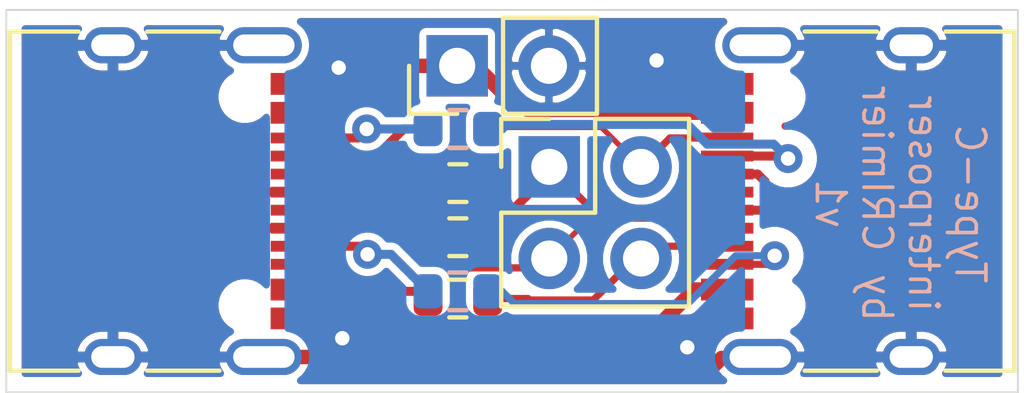
<source format=kicad_pcb>
(kicad_pcb (version 20171130) (host pcbnew 5.1.5+dfsg1-2build2)

  (general
    (thickness 1.6)
    (drawings 5)
    (tracks 142)
    (zones 0)
    (modules 10)
    (nets 16)
  )

  (page A4)
  (layers
    (0 F.Cu signal)
    (31 B.Cu signal)
    (32 B.Adhes user)
    (33 F.Adhes user)
    (34 B.Paste user)
    (35 F.Paste user)
    (36 B.SilkS user)
    (37 F.SilkS user)
    (38 B.Mask user)
    (39 F.Mask user)
    (40 Dwgs.User user)
    (41 Cmts.User user)
    (42 Eco1.User user)
    (43 Eco2.User user)
    (44 Edge.Cuts user)
    (45 Margin user)
    (46 B.CrtYd user hide)
    (47 F.CrtYd user hide)
    (48 B.Fab user hide)
    (49 F.Fab user hide)
  )

  (setup
    (last_trace_width 0.4)
    (user_trace_width 0.15)
    (user_trace_width 0.2)
    (user_trace_width 0.4)
    (trace_clearance 0.17)
    (zone_clearance 0.4)
    (zone_45_only yes)
    (trace_min 0.15)
    (via_size 0.8)
    (via_drill 0.4)
    (via_min_size 0.4)
    (via_min_drill 0.3)
    (uvia_size 0.3)
    (uvia_drill 0.1)
    (uvias_allowed no)
    (uvia_min_size 0.2)
    (uvia_min_drill 0.1)
    (edge_width 0.05)
    (segment_width 0.2)
    (pcb_text_width 0.3)
    (pcb_text_size 1.5 1.5)
    (mod_edge_width 0.12)
    (mod_text_size 1 1)
    (mod_text_width 0.15)
    (pad_size 1.524 1.524)
    (pad_drill 0.762)
    (pad_to_mask_clearance 0.051)
    (solder_mask_min_width 0.25)
    (aux_axis_origin 149 67.2)
    (visible_elements FFFFFF7F)
    (pcbplotparams
      (layerselection 0x010fc_ffffffff)
      (usegerberextensions true)
      (usegerberattributes false)
      (usegerberadvancedattributes false)
      (creategerberjobfile false)
      (excludeedgelayer true)
      (linewidth 0.100000)
      (plotframeref false)
      (viasonmask false)
      (mode 1)
      (useauxorigin true)
      (hpglpennumber 1)
      (hpglpenspeed 20)
      (hpglpendiameter 15.000000)
      (psnegative false)
      (psa4output false)
      (plotreference false)
      (plotvalue false)
      (plotinvisibletext false)
      (padsonsilk false)
      (subtractmaskfromsilk true)
      (outputformat 1)
      (mirror false)
      (drillshape 0)
      (scaleselection 1)
      (outputdirectory "gerbers/"))
  )

  (net 0 "")
  (net 1 /VBUS)
  (net 2 "Net-(J1-PadB8)")
  (net 3 "Net-(J1-PadA5)")
  (net 4 "Net-(J1-PadA7)")
  (net 5 "Net-(J1-PadA6)")
  (net 6 "Net-(J1-PadA8)")
  (net 7 "Net-(J1-PadB5)")
  (net 8 /SBU2)
  (net 9 /CC1)
  (net 10 /D-)
  (net 11 /D+)
  (net 12 /SBU1)
  (net 13 /CC2)
  (net 14 GND)
  (net 15 GNDS)

  (net_class Default "This is the default net class."
    (clearance 0.17)
    (trace_width 0.25)
    (via_dia 0.8)
    (via_drill 0.4)
    (uvia_dia 0.3)
    (uvia_drill 0.1)
    (add_net /CC1)
    (add_net /CC2)
    (add_net /D+)
    (add_net /D-)
    (add_net /SBU1)
    (add_net /SBU2)
    (add_net /VBUS)
    (add_net GND)
    (add_net GNDS)
    (add_net "Net-(J1-PadA5)")
    (add_net "Net-(J1-PadA6)")
    (add_net "Net-(J1-PadA7)")
    (add_net "Net-(J1-PadA8)")
    (add_net "Net-(J1-PadB5)")
    (add_net "Net-(J1-PadB8)")
  )

  (module Connector_PinHeader_2.54mm:PinHeader_1x02_P2.54mm_Vertical (layer F.Cu) (tedit 59FED5CC) (tstamp 6188E50C)
    (at 133.48 68.75 90)
    (descr "Through hole straight pin header, 1x02, 2.54mm pitch, single row")
    (tags "Through hole pin header THT 1x02 2.54mm single row")
    (path /6189BD1E)
    (fp_text reference J3 (at 0 -2.33 90) (layer F.SilkS) hide
      (effects (font (size 1 1) (thickness 0.15)))
    )
    (fp_text value PWR (at 0 4.87 90) (layer F.Fab)
      (effects (font (size 1 1) (thickness 0.15)))
    )
    (fp_text user %R (at 0 1.27) (layer F.Fab)
      (effects (font (size 1 1) (thickness 0.15)))
    )
    (fp_line (start 1.8 -1.8) (end -1.8 -1.8) (layer F.CrtYd) (width 0.05))
    (fp_line (start 1.8 4.35) (end 1.8 -1.8) (layer F.CrtYd) (width 0.05))
    (fp_line (start -1.8 4.35) (end 1.8 4.35) (layer F.CrtYd) (width 0.05))
    (fp_line (start -1.8 -1.8) (end -1.8 4.35) (layer F.CrtYd) (width 0.05))
    (fp_line (start -1.33 -1.33) (end 0 -1.33) (layer F.SilkS) (width 0.12))
    (fp_line (start -1.33 0) (end -1.33 -1.33) (layer F.SilkS) (width 0.12))
    (fp_line (start -1.33 1.27) (end 1.33 1.27) (layer F.SilkS) (width 0.12))
    (fp_line (start 1.33 1.27) (end 1.33 3.87) (layer F.SilkS) (width 0.12))
    (fp_line (start -1.33 1.27) (end -1.33 3.87) (layer F.SilkS) (width 0.12))
    (fp_line (start -1.33 3.87) (end 1.33 3.87) (layer F.SilkS) (width 0.12))
    (fp_line (start -1.27 -0.635) (end -0.635 -1.27) (layer F.Fab) (width 0.1))
    (fp_line (start -1.27 3.81) (end -1.27 -0.635) (layer F.Fab) (width 0.1))
    (fp_line (start 1.27 3.81) (end -1.27 3.81) (layer F.Fab) (width 0.1))
    (fp_line (start 1.27 -1.27) (end 1.27 3.81) (layer F.Fab) (width 0.1))
    (fp_line (start -0.635 -1.27) (end 1.27 -1.27) (layer F.Fab) (width 0.1))
    (pad 2 thru_hole oval (at 0 2.54 90) (size 1.7 1.7) (drill 1) (layers *.Cu *.Mask)
      (net 14 GND))
    (pad 1 thru_hole rect (at 0 0 90) (size 1.7 1.7) (drill 1) (layers *.Cu *.Mask)
      (net 1 /VBUS))
    (model ${KISYS3DMOD}/Connector_PinHeader_2.54mm.3dshapes/PinHeader_1x02_P2.54mm_Vertical.wrl
      (at (xyz 0 0 0))
      (scale (xyz 1 1 1))
      (rotate (xyz 0 0 0))
    )
  )

  (module Connector_PinHeader_2.54mm:PinHeader_2x02_P2.54mm_Vertical (layer F.Cu) (tedit 59FED5CC) (tstamp 6188D965)
    (at 136.03 71.55)
    (descr "Through hole straight pin header, 2x02, 2.54mm pitch, double rows")
    (tags "Through hole pin header THT 2x02 2.54mm double row")
    (path /61890DC6)
    (fp_text reference J4 (at 1.27 -2.33) (layer F.SilkS) hide
      (effects (font (size 1 1) (thickness 0.15)))
    )
    (fp_text value TAP (at 1.27 4.87) (layer F.Fab)
      (effects (font (size 1 1) (thickness 0.15)))
    )
    (fp_text user %R (at 1.27 1.27 90) (layer F.Fab)
      (effects (font (size 1 1) (thickness 0.15)))
    )
    (fp_line (start 4.35 -1.8) (end -1.8 -1.8) (layer F.CrtYd) (width 0.05))
    (fp_line (start 4.35 4.35) (end 4.35 -1.8) (layer F.CrtYd) (width 0.05))
    (fp_line (start -1.8 4.35) (end 4.35 4.35) (layer F.CrtYd) (width 0.05))
    (fp_line (start -1.8 -1.8) (end -1.8 4.35) (layer F.CrtYd) (width 0.05))
    (fp_line (start -1.33 -1.33) (end 0 -1.33) (layer F.SilkS) (width 0.12))
    (fp_line (start -1.33 0) (end -1.33 -1.33) (layer F.SilkS) (width 0.12))
    (fp_line (start 1.27 -1.33) (end 3.87 -1.33) (layer F.SilkS) (width 0.12))
    (fp_line (start 1.27 1.27) (end 1.27 -1.33) (layer F.SilkS) (width 0.12))
    (fp_line (start -1.33 1.27) (end 1.27 1.27) (layer F.SilkS) (width 0.12))
    (fp_line (start 3.87 -1.33) (end 3.87 3.87) (layer F.SilkS) (width 0.12))
    (fp_line (start -1.33 1.27) (end -1.33 3.87) (layer F.SilkS) (width 0.12))
    (fp_line (start -1.33 3.87) (end 3.87 3.87) (layer F.SilkS) (width 0.12))
    (fp_line (start -1.27 0) (end 0 -1.27) (layer F.Fab) (width 0.1))
    (fp_line (start -1.27 3.81) (end -1.27 0) (layer F.Fab) (width 0.1))
    (fp_line (start 3.81 3.81) (end -1.27 3.81) (layer F.Fab) (width 0.1))
    (fp_line (start 3.81 -1.27) (end 3.81 3.81) (layer F.Fab) (width 0.1))
    (fp_line (start 0 -1.27) (end 3.81 -1.27) (layer F.Fab) (width 0.1))
    (pad 4 thru_hole oval (at 2.54 2.54) (size 1.7 1.7) (drill 1) (layers *.Cu *.Mask)
      (net 9 /CC1))
    (pad 3 thru_hole oval (at 0 2.54) (size 1.7 1.7) (drill 1) (layers *.Cu *.Mask)
      (net 10 /D-))
    (pad 2 thru_hole oval (at 2.54 0) (size 1.7 1.7) (drill 1) (layers *.Cu *.Mask)
      (net 13 /CC2))
    (pad 1 thru_hole rect (at 0 0) (size 1.7 1.7) (drill 1) (layers *.Cu *.Mask)
      (net 11 /D+))
    (model ${KISYS3DMOD}/Connector_PinHeader_2.54mm.3dshapes/PinHeader_2x02_P2.54mm_Vertical.wrl
      (at (xyz 0 0 0))
      (scale (xyz 1 1 1))
      (rotate (xyz 0 0 0))
    )
  )

  (module Resistor_SMD:R_0603_1608Metric (layer B.Cu) (tedit 5F68FEEE) (tstamp 6174C4A7)
    (at 133.5 70.5 180)
    (descr "Resistor SMD 0603 (1608 Metric), square (rectangular) end terminal, IPC_7351 nominal, (Body size source: IPC-SM-782 page 72, https://www.pcb-3d.com/wordpress/wp-content/uploads/ipc-sm-782a_amendment_1_and_2.pdf), generated with kicad-footprint-generator")
    (tags resistor)
    (path /6174E3CF)
    (attr smd)
    (fp_text reference R6 (at 0 1.43) (layer B.SilkS) hide
      (effects (font (size 1 1) (thickness 0.15)) (justify mirror))
    )
    (fp_text value 0R (at 0 -1.43) (layer B.Fab)
      (effects (font (size 1 1) (thickness 0.15)) (justify mirror))
    )
    (fp_text user %R (at 0 0) (layer B.Fab)
      (effects (font (size 0.4 0.4) (thickness 0.06)) (justify mirror))
    )
    (fp_line (start 1.48 -0.73) (end -1.48 -0.73) (layer B.CrtYd) (width 0.05))
    (fp_line (start 1.48 0.73) (end 1.48 -0.73) (layer B.CrtYd) (width 0.05))
    (fp_line (start -1.48 0.73) (end 1.48 0.73) (layer B.CrtYd) (width 0.05))
    (fp_line (start -1.48 -0.73) (end -1.48 0.73) (layer B.CrtYd) (width 0.05))
    (fp_line (start -0.237258 -0.5225) (end 0.237258 -0.5225) (layer B.SilkS) (width 0.12))
    (fp_line (start -0.237258 0.5225) (end 0.237258 0.5225) (layer B.SilkS) (width 0.12))
    (fp_line (start 0.8 -0.4125) (end -0.8 -0.4125) (layer B.Fab) (width 0.1))
    (fp_line (start 0.8 0.4125) (end 0.8 -0.4125) (layer B.Fab) (width 0.1))
    (fp_line (start -0.8 0.4125) (end 0.8 0.4125) (layer B.Fab) (width 0.1))
    (fp_line (start -0.8 -0.4125) (end -0.8 0.4125) (layer B.Fab) (width 0.1))
    (pad 2 smd roundrect (at 0.825 0 180) (size 0.8 0.95) (layers B.Cu B.Paste B.Mask) (roundrect_rratio 0.25)
      (net 2 "Net-(J1-PadB8)"))
    (pad 1 smd roundrect (at -0.825 0 180) (size 0.8 0.95) (layers B.Cu B.Paste B.Mask) (roundrect_rratio 0.25)
      (net 12 /SBU1))
    (model ${KISYS3DMOD}/Resistor_SMD.3dshapes/R_0603_1608Metric.wrl
      (at (xyz 0 0 0))
      (scale (xyz 1 1 1))
      (rotate (xyz 0 0 0))
    )
  )

  (module Resistor_SMD:R_0603_1608Metric (layer B.Cu) (tedit 5F68FEEE) (tstamp 6174C496)
    (at 133.5 75 180)
    (descr "Resistor SMD 0603 (1608 Metric), square (rectangular) end terminal, IPC_7351 nominal, (Body size source: IPC-SM-782 page 72, https://www.pcb-3d.com/wordpress/wp-content/uploads/ipc-sm-782a_amendment_1_and_2.pdf), generated with kicad-footprint-generator")
    (tags resistor)
    (path /6174E712)
    (attr smd)
    (fp_text reference R5 (at 0 1.43) (layer B.SilkS) hide
      (effects (font (size 1 1) (thickness 0.15)) (justify mirror))
    )
    (fp_text value 0R (at 0 -1.43) (layer B.Fab)
      (effects (font (size 1 1) (thickness 0.15)) (justify mirror))
    )
    (fp_text user %R (at 0 0) (layer B.Fab)
      (effects (font (size 0.4 0.4) (thickness 0.06)) (justify mirror))
    )
    (fp_line (start 1.48 -0.73) (end -1.48 -0.73) (layer B.CrtYd) (width 0.05))
    (fp_line (start 1.48 0.73) (end 1.48 -0.73) (layer B.CrtYd) (width 0.05))
    (fp_line (start -1.48 0.73) (end 1.48 0.73) (layer B.CrtYd) (width 0.05))
    (fp_line (start -1.48 -0.73) (end -1.48 0.73) (layer B.CrtYd) (width 0.05))
    (fp_line (start -0.237258 -0.5225) (end 0.237258 -0.5225) (layer B.SilkS) (width 0.12))
    (fp_line (start -0.237258 0.5225) (end 0.237258 0.5225) (layer B.SilkS) (width 0.12))
    (fp_line (start 0.8 -0.4125) (end -0.8 -0.4125) (layer B.Fab) (width 0.1))
    (fp_line (start 0.8 0.4125) (end 0.8 -0.4125) (layer B.Fab) (width 0.1))
    (fp_line (start -0.8 0.4125) (end 0.8 0.4125) (layer B.Fab) (width 0.1))
    (fp_line (start -0.8 -0.4125) (end -0.8 0.4125) (layer B.Fab) (width 0.1))
    (pad 2 smd roundrect (at 0.825 0 180) (size 0.8 0.95) (layers B.Cu B.Paste B.Mask) (roundrect_rratio 0.25)
      (net 6 "Net-(J1-PadA8)"))
    (pad 1 smd roundrect (at -0.825 0 180) (size 0.8 0.95) (layers B.Cu B.Paste B.Mask) (roundrect_rratio 0.25)
      (net 8 /SBU2))
    (model ${KISYS3DMOD}/Resistor_SMD.3dshapes/R_0603_1608Metric.wrl
      (at (xyz 0 0 0))
      (scale (xyz 1 1 1))
      (rotate (xyz 0 0 0))
    )
  )

  (module Resistor_SMD:R_0603_1608Metric (layer F.Cu) (tedit 5F68FEEE) (tstamp 6174C485)
    (at 133.5 73.5 180)
    (descr "Resistor SMD 0603 (1608 Metric), square (rectangular) end terminal, IPC_7351 nominal, (Body size source: IPC-SM-782 page 72, https://www.pcb-3d.com/wordpress/wp-content/uploads/ipc-sm-782a_amendment_1_and_2.pdf), generated with kicad-footprint-generator")
    (tags resistor)
    (path /6174E9C8)
    (attr smd)
    (fp_text reference R4 (at 0 -1.43) (layer F.SilkS) hide
      (effects (font (size 1 1) (thickness 0.15)))
    )
    (fp_text value 0R (at 0 1.43) (layer F.Fab)
      (effects (font (size 1 1) (thickness 0.15)))
    )
    (fp_text user %R (at 0 0) (layer F.Fab)
      (effects (font (size 0.4 0.4) (thickness 0.06)))
    )
    (fp_line (start 1.48 0.73) (end -1.48 0.73) (layer F.CrtYd) (width 0.05))
    (fp_line (start 1.48 -0.73) (end 1.48 0.73) (layer F.CrtYd) (width 0.05))
    (fp_line (start -1.48 -0.73) (end 1.48 -0.73) (layer F.CrtYd) (width 0.05))
    (fp_line (start -1.48 0.73) (end -1.48 -0.73) (layer F.CrtYd) (width 0.05))
    (fp_line (start -0.237258 0.5225) (end 0.237258 0.5225) (layer F.SilkS) (width 0.12))
    (fp_line (start -0.237258 -0.5225) (end 0.237258 -0.5225) (layer F.SilkS) (width 0.12))
    (fp_line (start 0.8 0.4125) (end -0.8 0.4125) (layer F.Fab) (width 0.1))
    (fp_line (start 0.8 -0.4125) (end 0.8 0.4125) (layer F.Fab) (width 0.1))
    (fp_line (start -0.8 -0.4125) (end 0.8 -0.4125) (layer F.Fab) (width 0.1))
    (fp_line (start -0.8 0.4125) (end -0.8 -0.4125) (layer F.Fab) (width 0.1))
    (pad 2 smd roundrect (at 0.825 0 180) (size 0.8 0.95) (layers F.Cu F.Paste F.Mask) (roundrect_rratio 0.25)
      (net 5 "Net-(J1-PadA6)"))
    (pad 1 smd roundrect (at -0.825 0 180) (size 0.8 0.95) (layers F.Cu F.Paste F.Mask) (roundrect_rratio 0.25)
      (net 11 /D+))
    (model ${KISYS3DMOD}/Resistor_SMD.3dshapes/R_0603_1608Metric.wrl
      (at (xyz 0 0 0))
      (scale (xyz 1 1 1))
      (rotate (xyz 0 0 0))
    )
  )

  (module Resistor_SMD:R_0603_1608Metric (layer F.Cu) (tedit 5F68FEEE) (tstamp 6174CAE5)
    (at 133.5 72 180)
    (descr "Resistor SMD 0603 (1608 Metric), square (rectangular) end terminal, IPC_7351 nominal, (Body size source: IPC-SM-782 page 72, https://www.pcb-3d.com/wordpress/wp-content/uploads/ipc-sm-782a_amendment_1_and_2.pdf), generated with kicad-footprint-generator")
    (tags resistor)
    (path /6174EC92)
    (attr smd)
    (fp_text reference R3 (at 0 -1.43) (layer F.SilkS) hide
      (effects (font (size 1 1) (thickness 0.15)))
    )
    (fp_text value 0R (at 0 1.43) (layer F.Fab)
      (effects (font (size 1 1) (thickness 0.15)))
    )
    (fp_text user %R (at 0 0) (layer F.Fab)
      (effects (font (size 0.4 0.4) (thickness 0.06)))
    )
    (fp_line (start 1.48 0.73) (end -1.48 0.73) (layer F.CrtYd) (width 0.05))
    (fp_line (start 1.48 -0.73) (end 1.48 0.73) (layer F.CrtYd) (width 0.05))
    (fp_line (start -1.48 -0.73) (end 1.48 -0.73) (layer F.CrtYd) (width 0.05))
    (fp_line (start -1.48 0.73) (end -1.48 -0.73) (layer F.CrtYd) (width 0.05))
    (fp_line (start -0.237258 0.5225) (end 0.237258 0.5225) (layer F.SilkS) (width 0.12))
    (fp_line (start -0.237258 -0.5225) (end 0.237258 -0.5225) (layer F.SilkS) (width 0.12))
    (fp_line (start 0.8 0.4125) (end -0.8 0.4125) (layer F.Fab) (width 0.1))
    (fp_line (start 0.8 -0.4125) (end 0.8 0.4125) (layer F.Fab) (width 0.1))
    (fp_line (start -0.8 -0.4125) (end 0.8 -0.4125) (layer F.Fab) (width 0.1))
    (fp_line (start -0.8 0.4125) (end -0.8 -0.4125) (layer F.Fab) (width 0.1))
    (pad 2 smd roundrect (at 0.825 0 180) (size 0.8 0.95) (layers F.Cu F.Paste F.Mask) (roundrect_rratio 0.25)
      (net 4 "Net-(J1-PadA7)"))
    (pad 1 smd roundrect (at -0.825 0 180) (size 0.8 0.95) (layers F.Cu F.Paste F.Mask) (roundrect_rratio 0.25)
      (net 10 /D-))
    (model ${KISYS3DMOD}/Resistor_SMD.3dshapes/R_0603_1608Metric.wrl
      (at (xyz 0 0 0))
      (scale (xyz 1 1 1))
      (rotate (xyz 0 0 0))
    )
  )

  (module Resistor_SMD:R_0603_1608Metric (layer F.Cu) (tedit 5F68FEEE) (tstamp 6174C463)
    (at 133.5 75.2 180)
    (descr "Resistor SMD 0603 (1608 Metric), square (rectangular) end terminal, IPC_7351 nominal, (Body size source: IPC-SM-782 page 72, https://www.pcb-3d.com/wordpress/wp-content/uploads/ipc-sm-782a_amendment_1_and_2.pdf), generated with kicad-footprint-generator")
    (tags resistor)
    (path /6174E170)
    (attr smd)
    (fp_text reference R2 (at 0 -1.43) (layer F.SilkS) hide
      (effects (font (size 1 1) (thickness 0.15)))
    )
    (fp_text value 0R (at 0 1.43) (layer F.Fab)
      (effects (font (size 1 1) (thickness 0.15)))
    )
    (fp_text user %R (at 0 0) (layer F.Fab)
      (effects (font (size 0.4 0.4) (thickness 0.06)))
    )
    (fp_line (start 1.48 0.73) (end -1.48 0.73) (layer F.CrtYd) (width 0.05))
    (fp_line (start 1.48 -0.73) (end 1.48 0.73) (layer F.CrtYd) (width 0.05))
    (fp_line (start -1.48 -0.73) (end 1.48 -0.73) (layer F.CrtYd) (width 0.05))
    (fp_line (start -1.48 0.73) (end -1.48 -0.73) (layer F.CrtYd) (width 0.05))
    (fp_line (start -0.237258 0.5225) (end 0.237258 0.5225) (layer F.SilkS) (width 0.12))
    (fp_line (start -0.237258 -0.5225) (end 0.237258 -0.5225) (layer F.SilkS) (width 0.12))
    (fp_line (start 0.8 0.4125) (end -0.8 0.4125) (layer F.Fab) (width 0.1))
    (fp_line (start 0.8 -0.4125) (end 0.8 0.4125) (layer F.Fab) (width 0.1))
    (fp_line (start -0.8 -0.4125) (end 0.8 -0.4125) (layer F.Fab) (width 0.1))
    (fp_line (start -0.8 0.4125) (end -0.8 -0.4125) (layer F.Fab) (width 0.1))
    (pad 2 smd roundrect (at 0.825 0 180) (size 0.8 0.95) (layers F.Cu F.Paste F.Mask) (roundrect_rratio 0.25)
      (net 7 "Net-(J1-PadB5)"))
    (pad 1 smd roundrect (at -0.825 0 180) (size 0.8 0.95) (layers F.Cu F.Paste F.Mask) (roundrect_rratio 0.25)
      (net 9 /CC1))
    (model ${KISYS3DMOD}/Resistor_SMD.3dshapes/R_0603_1608Metric.wrl
      (at (xyz 0 0 0))
      (scale (xyz 1 1 1))
      (rotate (xyz 0 0 0))
    )
  )

  (module Resistor_SMD:R_0603_1608Metric (layer F.Cu) (tedit 5F68FEEE) (tstamp 6174C452)
    (at 133.5 70.5 180)
    (descr "Resistor SMD 0603 (1608 Metric), square (rectangular) end terminal, IPC_7351 nominal, (Body size source: IPC-SM-782 page 72, https://www.pcb-3d.com/wordpress/wp-content/uploads/ipc-sm-782a_amendment_1_and_2.pdf), generated with kicad-footprint-generator")
    (tags resistor)
    (path /6174C88D)
    (attr smd)
    (fp_text reference R1 (at 0 -1.43) (layer F.SilkS) hide
      (effects (font (size 1 1) (thickness 0.15)))
    )
    (fp_text value 0R (at 0 1.43) (layer F.Fab)
      (effects (font (size 1 1) (thickness 0.15)))
    )
    (fp_text user %R (at 0 0) (layer F.Fab)
      (effects (font (size 0.4 0.4) (thickness 0.06)))
    )
    (fp_line (start 1.48 0.73) (end -1.48 0.73) (layer F.CrtYd) (width 0.05))
    (fp_line (start 1.48 -0.73) (end 1.48 0.73) (layer F.CrtYd) (width 0.05))
    (fp_line (start -1.48 -0.73) (end 1.48 -0.73) (layer F.CrtYd) (width 0.05))
    (fp_line (start -1.48 0.73) (end -1.48 -0.73) (layer F.CrtYd) (width 0.05))
    (fp_line (start -0.237258 0.5225) (end 0.237258 0.5225) (layer F.SilkS) (width 0.12))
    (fp_line (start -0.237258 -0.5225) (end 0.237258 -0.5225) (layer F.SilkS) (width 0.12))
    (fp_line (start 0.8 0.4125) (end -0.8 0.4125) (layer F.Fab) (width 0.1))
    (fp_line (start 0.8 -0.4125) (end 0.8 0.4125) (layer F.Fab) (width 0.1))
    (fp_line (start -0.8 -0.4125) (end 0.8 -0.4125) (layer F.Fab) (width 0.1))
    (fp_line (start -0.8 0.4125) (end -0.8 -0.4125) (layer F.Fab) (width 0.1))
    (pad 2 smd roundrect (at 0.825 0 180) (size 0.8 0.95) (layers F.Cu F.Paste F.Mask) (roundrect_rratio 0.25)
      (net 3 "Net-(J1-PadA5)"))
    (pad 1 smd roundrect (at -0.825 0 180) (size 0.8 0.95) (layers F.Cu F.Paste F.Mask) (roundrect_rratio 0.25)
      (net 13 /CC2))
    (model ${KISYS3DMOD}/Resistor_SMD.3dshapes/R_0603_1608Metric.wrl
      (at (xyz 0 0 0))
      (scale (xyz 1 1 1))
      (rotate (xyz 0 0 0))
    )
  )

  (module Connector_USB:USB_C_Receptacle_HRO_TYPE-C-31-M-12 (layer F.Cu) (tedit 5D3C0721) (tstamp 6174C441)
    (at 145 72.5 90)
    (descr "USB Type-C receptacle for USB 2.0 and PD, http://www.krhro.com/uploads/soft/180320/1-1P320120243.pdf")
    (tags "usb usb-c 2.0 pd")
    (path /6174773A)
    (attr smd)
    (fp_text reference J2 (at 0 -5.645 90) (layer F.SilkS) hide
      (effects (font (size 1 1) (thickness 0.15)))
    )
    (fp_text value USB_C_Receptacle_USB2.0 (at 0 5.1 90) (layer F.Fab)
      (effects (font (size 1 1) (thickness 0.15)))
    )
    (fp_line (start -4.7 3.9) (end 4.7 3.9) (layer F.SilkS) (width 0.12))
    (fp_line (start -4.47 -3.65) (end 4.47 -3.65) (layer F.Fab) (width 0.1))
    (fp_line (start -4.47 -3.65) (end -4.47 3.65) (layer F.Fab) (width 0.1))
    (fp_line (start -4.47 3.65) (end 4.47 3.65) (layer F.Fab) (width 0.1))
    (fp_line (start 4.47 -3.65) (end 4.47 3.65) (layer F.Fab) (width 0.1))
    (fp_text user %R (at 0 0 90) (layer F.Fab)
      (effects (font (size 1 1) (thickness 0.15)))
    )
    (fp_line (start -5.32 -5.27) (end 5.32 -5.27) (layer F.CrtYd) (width 0.05))
    (fp_line (start -5.32 4.15) (end 5.32 4.15) (layer F.CrtYd) (width 0.05))
    (fp_line (start -5.32 -5.27) (end -5.32 4.15) (layer F.CrtYd) (width 0.05))
    (fp_line (start 5.32 -5.27) (end 5.32 4.15) (layer F.CrtYd) (width 0.05))
    (fp_line (start 4.7 -1.9) (end 4.7 0.1) (layer F.SilkS) (width 0.12))
    (fp_line (start 4.7 2) (end 4.7 3.9) (layer F.SilkS) (width 0.12))
    (fp_line (start -4.7 -1.9) (end -4.7 0.1) (layer F.SilkS) (width 0.12))
    (fp_line (start -4.7 2) (end -4.7 3.9) (layer F.SilkS) (width 0.12))
    (pad B1 smd rect (at 3.25 -4.045 90) (size 0.6 1.45) (layers F.Cu F.Paste F.Mask)
      (net 14 GND))
    (pad A9 smd rect (at 2.45 -4.045 90) (size 0.6 1.45) (layers F.Cu F.Paste F.Mask)
      (net 1 /VBUS))
    (pad B9 smd rect (at -2.45 -4.045 90) (size 0.6 1.45) (layers F.Cu F.Paste F.Mask)
      (net 1 /VBUS))
    (pad B12 smd rect (at -3.25 -4.045 90) (size 0.6 1.45) (layers F.Cu F.Paste F.Mask)
      (net 14 GND))
    (pad A1 smd rect (at -3.25 -4.045 90) (size 0.6 1.45) (layers F.Cu F.Paste F.Mask)
      (net 14 GND))
    (pad A4 smd rect (at -2.45 -4.045 90) (size 0.6 1.45) (layers F.Cu F.Paste F.Mask)
      (net 1 /VBUS))
    (pad B4 smd rect (at 2.45 -4.045 90) (size 0.6 1.45) (layers F.Cu F.Paste F.Mask)
      (net 1 /VBUS))
    (pad A12 smd rect (at 3.25 -4.045 90) (size 0.6 1.45) (layers F.Cu F.Paste F.Mask)
      (net 14 GND))
    (pad B8 smd rect (at -1.75 -4.045 90) (size 0.3 1.45) (layers F.Cu F.Paste F.Mask)
      (net 8 /SBU2))
    (pad A5 smd rect (at -1.25 -4.045 90) (size 0.3 1.45) (layers F.Cu F.Paste F.Mask)
      (net 9 /CC1))
    (pad B7 smd rect (at -0.75 -4.045 90) (size 0.3 1.45) (layers F.Cu F.Paste F.Mask)
      (net 10 /D-))
    (pad A7 smd rect (at 0.25 -4.045 90) (size 0.3 1.45) (layers F.Cu F.Paste F.Mask)
      (net 10 /D-))
    (pad B6 smd rect (at 0.75 -4.045 90) (size 0.3 1.45) (layers F.Cu F.Paste F.Mask)
      (net 11 /D+))
    (pad A8 smd rect (at 1.25 -4.045 90) (size 0.3 1.45) (layers F.Cu F.Paste F.Mask)
      (net 12 /SBU1))
    (pad B5 smd rect (at 1.75 -4.045 90) (size 0.3 1.45) (layers F.Cu F.Paste F.Mask)
      (net 13 /CC2))
    (pad A6 smd rect (at -0.25 -4.045 90) (size 0.3 1.45) (layers F.Cu F.Paste F.Mask)
      (net 11 /D+))
    (pad S1 thru_hole oval (at 4.32 -3.13 90) (size 1 2.1) (drill oval 0.6 1.7) (layers *.Cu *.Mask)
      (net 15 GNDS))
    (pad S1 thru_hole oval (at -4.32 -3.13 90) (size 1 2.1) (drill oval 0.6 1.7) (layers *.Cu *.Mask)
      (net 15 GNDS))
    (pad "" np_thru_hole circle (at -2.89 -2.6 90) (size 0.65 0.65) (drill 0.65) (layers *.Cu *.Mask))
    (pad S1 thru_hole oval (at -4.32 1.05 90) (size 1 1.6) (drill oval 0.6 1.2) (layers *.Cu *.Mask)
      (net 15 GNDS))
    (pad "" np_thru_hole circle (at 2.89 -2.6 90) (size 0.65 0.65) (drill 0.65) (layers *.Cu *.Mask))
    (pad S1 thru_hole oval (at 4.32 1.05 90) (size 1 1.6) (drill oval 0.6 1.2) (layers *.Cu *.Mask)
      (net 15 GNDS))
    (model ${KISYS3DMOD}/Connector_USB.3dshapes/USB_C_Receptacle_HRO_TYPE-C-31-M-12.wrl
      (at (xyz 0 0 0))
      (scale (xyz 1 1 1))
      (rotate (xyz 0 0 0))
    )
  )

  (module Connector_USB:USB_C_Receptacle_HRO_TYPE-C-31-M-12 (layer F.Cu) (tedit 5D3C0721) (tstamp 6174C419)
    (at 125 72.5 270)
    (descr "USB Type-C receptacle for USB 2.0 and PD, http://www.krhro.com/uploads/soft/180320/1-1P320120243.pdf")
    (tags "usb usb-c 2.0 pd")
    (path /617469A4)
    (attr smd)
    (fp_text reference J1 (at 0 -5.645 90) (layer F.SilkS) hide
      (effects (font (size 1 1) (thickness 0.15)))
    )
    (fp_text value USB_C_Receptacle_USB2.0 (at 0 5.1 90) (layer F.Fab)
      (effects (font (size 1 1) (thickness 0.15)))
    )
    (fp_line (start -4.7 3.9) (end 4.7 3.9) (layer F.SilkS) (width 0.12))
    (fp_line (start -4.47 -3.65) (end 4.47 -3.65) (layer F.Fab) (width 0.1))
    (fp_line (start -4.47 -3.65) (end -4.47 3.65) (layer F.Fab) (width 0.1))
    (fp_line (start -4.47 3.65) (end 4.47 3.65) (layer F.Fab) (width 0.1))
    (fp_line (start 4.47 -3.65) (end 4.47 3.65) (layer F.Fab) (width 0.1))
    (fp_text user %R (at 0 0 90) (layer F.Fab)
      (effects (font (size 1 1) (thickness 0.15)))
    )
    (fp_line (start -5.32 -5.27) (end 5.32 -5.27) (layer F.CrtYd) (width 0.05))
    (fp_line (start -5.32 4.15) (end 5.32 4.15) (layer F.CrtYd) (width 0.05))
    (fp_line (start -5.32 -5.27) (end -5.32 4.15) (layer F.CrtYd) (width 0.05))
    (fp_line (start 5.32 -5.27) (end 5.32 4.15) (layer F.CrtYd) (width 0.05))
    (fp_line (start 4.7 -1.9) (end 4.7 0.1) (layer F.SilkS) (width 0.12))
    (fp_line (start 4.7 2) (end 4.7 3.9) (layer F.SilkS) (width 0.12))
    (fp_line (start -4.7 -1.9) (end -4.7 0.1) (layer F.SilkS) (width 0.12))
    (fp_line (start -4.7 2) (end -4.7 3.9) (layer F.SilkS) (width 0.12))
    (pad B1 smd rect (at 3.25 -4.045 270) (size 0.6 1.45) (layers F.Cu F.Paste F.Mask)
      (net 14 GND))
    (pad A9 smd rect (at 2.45 -4.045 270) (size 0.6 1.45) (layers F.Cu F.Paste F.Mask)
      (net 1 /VBUS))
    (pad B9 smd rect (at -2.45 -4.045 270) (size 0.6 1.45) (layers F.Cu F.Paste F.Mask)
      (net 1 /VBUS))
    (pad B12 smd rect (at -3.25 -4.045 270) (size 0.6 1.45) (layers F.Cu F.Paste F.Mask)
      (net 14 GND))
    (pad A1 smd rect (at -3.25 -4.045 270) (size 0.6 1.45) (layers F.Cu F.Paste F.Mask)
      (net 14 GND))
    (pad A4 smd rect (at -2.45 -4.045 270) (size 0.6 1.45) (layers F.Cu F.Paste F.Mask)
      (net 1 /VBUS))
    (pad B4 smd rect (at 2.45 -4.045 270) (size 0.6 1.45) (layers F.Cu F.Paste F.Mask)
      (net 1 /VBUS))
    (pad A12 smd rect (at 3.25 -4.045 270) (size 0.6 1.45) (layers F.Cu F.Paste F.Mask)
      (net 14 GND))
    (pad B8 smd rect (at -1.75 -4.045 270) (size 0.3 1.45) (layers F.Cu F.Paste F.Mask)
      (net 2 "Net-(J1-PadB8)"))
    (pad A5 smd rect (at -1.25 -4.045 270) (size 0.3 1.45) (layers F.Cu F.Paste F.Mask)
      (net 3 "Net-(J1-PadA5)"))
    (pad B7 smd rect (at -0.75 -4.045 270) (size 0.3 1.45) (layers F.Cu F.Paste F.Mask)
      (net 4 "Net-(J1-PadA7)"))
    (pad A7 smd rect (at 0.25 -4.045 270) (size 0.3 1.45) (layers F.Cu F.Paste F.Mask)
      (net 4 "Net-(J1-PadA7)"))
    (pad B6 smd rect (at 0.75 -4.045 270) (size 0.3 1.45) (layers F.Cu F.Paste F.Mask)
      (net 5 "Net-(J1-PadA6)"))
    (pad A8 smd rect (at 1.25 -4.045 270) (size 0.3 1.45) (layers F.Cu F.Paste F.Mask)
      (net 6 "Net-(J1-PadA8)"))
    (pad B5 smd rect (at 1.75 -4.045 270) (size 0.3 1.45) (layers F.Cu F.Paste F.Mask)
      (net 7 "Net-(J1-PadB5)"))
    (pad A6 smd rect (at -0.25 -4.045 270) (size 0.3 1.45) (layers F.Cu F.Paste F.Mask)
      (net 5 "Net-(J1-PadA6)"))
    (pad S1 thru_hole oval (at 4.32 -3.13 270) (size 1 2.1) (drill oval 0.6 1.7) (layers *.Cu *.Mask)
      (net 15 GNDS))
    (pad S1 thru_hole oval (at -4.32 -3.13 270) (size 1 2.1) (drill oval 0.6 1.7) (layers *.Cu *.Mask)
      (net 15 GNDS))
    (pad "" np_thru_hole circle (at -2.89 -2.6 270) (size 0.65 0.65) (drill 0.65) (layers *.Cu *.Mask))
    (pad S1 thru_hole oval (at -4.32 1.05 270) (size 1 1.6) (drill oval 0.6 1.2) (layers *.Cu *.Mask)
      (net 15 GNDS))
    (pad "" np_thru_hole circle (at 2.89 -2.6 270) (size 0.65 0.65) (drill 0.65) (layers *.Cu *.Mask))
    (pad S1 thru_hole oval (at 4.32 1.05 270) (size 1 1.6) (drill oval 0.6 1.2) (layers *.Cu *.Mask)
      (net 15 GNDS))
    (model ${KISYS3DMOD}/Connector_USB.3dshapes/USB_C_Receptacle_HRO_TYPE-C-31-M-12.wrl
      (at (xyz 0 0 0))
      (scale (xyz 1 1 1))
      (rotate (xyz 0 0 0))
    )
  )

  (gr_text "Type-C\ninterposer\nby CRImier\nv1" (at 145.75 72.57 270) (layer B.SilkS)
    (effects (font (size 0.8 0.8) (thickness 0.1)) (justify mirror))
  )
  (gr_line (start 149 67.2) (end 121 67.2) (layer Edge.Cuts) (width 0.05) (tstamp 6174D58F))
  (gr_line (start 149 77.8) (end 149 67.2) (layer Edge.Cuts) (width 0.05))
  (gr_line (start 121 77.8) (end 149 77.8) (layer Edge.Cuts) (width 0.05))
  (gr_line (start 121 67.2) (end 121 77.8) (layer Edge.Cuts) (width 0.05))

  (segment (start 131.334004 76.15) (end 130.134004 74.95) (width 0.4) (layer F.Cu) (net 1))
  (segment (start 138.85 76.15) (end 131.334004 76.15) (width 0.4) (layer F.Cu) (net 1))
  (segment (start 130.134004 74.95) (end 129.045 74.95) (width 0.4) (layer F.Cu) (net 1))
  (segment (start 140.05 74.95) (end 138.85 76.15) (width 0.4) (layer F.Cu) (net 1))
  (segment (start 140.955 74.95) (end 140.05 74.95) (width 0.4) (layer F.Cu) (net 1))
  (segment (start 132.23 68.75) (end 133.48 68.75) (width 0.4) (layer F.Cu) (net 1))
  (segment (start 131.585092 68.75) (end 132.23 68.75) (width 0.4) (layer F.Cu) (net 1))
  (segment (start 130.285092 70.05) (end 131.585092 68.75) (width 0.4) (layer F.Cu) (net 1))
  (segment (start 129.045 70.05) (end 130.285092 70.05) (width 0.4) (layer F.Cu) (net 1))
  (segment (start 133.99 68.75) (end 133.48 68.75) (width 0.4) (layer F.Cu) (net 1))
  (segment (start 134.92 69.68) (end 133.99 68.75) (width 0.4) (layer F.Cu) (net 1))
  (segment (start 135.144398 69.68) (end 134.92 69.68) (width 0.4) (layer F.Cu) (net 1))
  (segment (start 135.434399 69.970001) (end 135.144398 69.68) (width 0.4) (layer F.Cu) (net 1))
  (segment (start 137.61934 69.970001) (end 135.434399 69.970001) (width 0.4) (layer F.Cu) (net 1))
  (segment (start 137.699339 70.05) (end 137.61934 69.970001) (width 0.4) (layer F.Cu) (net 1))
  (segment (start 140.955 70.05) (end 137.699339 70.05) (width 0.4) (layer F.Cu) (net 1))
  (via (at 130.974847 70.499847) (size 0.8) (drill 0.4) (layers F.Cu B.Cu) (net 2))
  (segment (start 130.724694 70.75) (end 130.974847 70.499847) (width 0.25) (layer F.Cu) (net 2))
  (segment (start 129.045 70.75) (end 130.724694 70.75) (width 0.25) (layer F.Cu) (net 2))
  (segment (start 132.674847 70.499847) (end 132.675 70.5) (width 0.25) (layer B.Cu) (net 2))
  (segment (start 130.974847 70.499847) (end 132.674847 70.499847) (width 0.25) (layer B.Cu) (net 2))
  (segment (start 129.045 71.25) (end 131.25 71.25) (width 0.25) (layer F.Cu) (net 3))
  (segment (start 132 70.5) (end 132.675 70.5) (width 0.25) (layer F.Cu) (net 3))
  (segment (start 131.25 71.25) (end 132 70.5) (width 0.25) (layer F.Cu) (net 3))
  (segment (start 129.045 71.75) (end 130.02 71.75) (width 0.25) (layer F.Cu) (net 4))
  (segment (start 130.25 72.52) (end 130.02 72.75) (width 0.25) (layer F.Cu) (net 4))
  (segment (start 130.25 71.98) (end 130.25 72.52) (width 0.25) (layer F.Cu) (net 4))
  (segment (start 130.02 72.75) (end 129.045 72.75) (width 0.25) (layer F.Cu) (net 4))
  (segment (start 130.02 71.75) (end 130.25 71.98) (width 0.25) (layer F.Cu) (net 4))
  (segment (start 132.175 72.5) (end 132.675 72) (width 0.25) (layer F.Cu) (net 4))
  (segment (start 130.25 71.994998) (end 130.25 72.5) (width 0.25) (layer F.Cu) (net 4))
  (segment (start 130.030001 71.774999) (end 130.25 71.994998) (width 0.25) (layer F.Cu) (net 4))
  (segment (start 130.02 71.774999) (end 130.030001 71.774999) (width 0.25) (layer F.Cu) (net 4))
  (segment (start 130.25 72.5) (end 132.175 72.5) (width 0.25) (layer F.Cu) (net 4))
  (segment (start 130.02 71.75) (end 130.02 71.774999) (width 0.25) (layer F.Cu) (net 4))
  (segment (start 132.425 73.25) (end 132.675 73.5) (width 0.25) (layer F.Cu) (net 5))
  (segment (start 129.045 73.25) (end 132.425 73.25) (width 0.25) (layer F.Cu) (net 5))
  (segment (start 128.07 72.25) (end 129.045 72.25) (width 0.25) (layer F.Cu) (net 5))
  (segment (start 127.8 72.52) (end 128.07 72.25) (width 0.25) (layer F.Cu) (net 5))
  (segment (start 127.8 72.98) (end 127.8 72.52) (width 0.25) (layer F.Cu) (net 5))
  (segment (start 128.07 73.25) (end 127.8 72.98) (width 0.25) (layer F.Cu) (net 5))
  (segment (start 129.045 73.25) (end 128.07 73.25) (width 0.25) (layer F.Cu) (net 5))
  (segment (start 130.775 73.75) (end 131 73.975) (width 0.25) (layer F.Cu) (net 6))
  (via (at 131 73.975) (size 0.8) (drill 0.4) (layers F.Cu B.Cu) (net 6))
  (segment (start 129.045 73.75) (end 130.775 73.75) (width 0.25) (layer F.Cu) (net 6))
  (segment (start 131.65 73.975) (end 132.675 75) (width 0.25) (layer B.Cu) (net 6))
  (segment (start 131 73.975) (end 131.65 73.975) (width 0.25) (layer B.Cu) (net 6))
  (segment (start 129.045 74.25) (end 130.176481 74.25) (width 0.25) (layer F.Cu) (net 7))
  (segment (start 130.176481 74.25) (end 130.926481 75) (width 0.25) (layer F.Cu) (net 7))
  (segment (start 130.926481 75) (end 132.675 75) (width 0.25) (layer F.Cu) (net 7))
  (via (at 142.26902 74.014268) (size 0.8) (drill 0.4) (layers F.Cu B.Cu) (net 8))
  (segment (start 142.033288 74.25) (end 142.26902 74.014268) (width 0.2) (layer F.Cu) (net 8))
  (segment (start 140.955 74.25) (end 142.033288 74.25) (width 0.2) (layer F.Cu) (net 8))
  (segment (start 141.190732 74.014268) (end 142.26902 74.014268) (width 0.2) (layer B.Cu) (net 8))
  (segment (start 139.865 75.34) (end 141.190732 74.014268) (width 0.2) (layer B.Cu) (net 8))
  (segment (start 135.065 75.34) (end 139.865 75.34) (width 0.2) (layer B.Cu) (net 8))
  (segment (start 134.725 75) (end 135.065 75.34) (width 0.2) (layer B.Cu) (net 8))
  (segment (start 134.325 75) (end 134.725 75) (width 0.2) (layer B.Cu) (net 8))
  (segment (start 138.399318 74.09) (end 138.57 74.09) (width 0.2) (layer F.Cu) (net 9))
  (segment (start 137.249317 75.240001) (end 138.399318 74.09) (width 0.2) (layer F.Cu) (net 9))
  (segment (start 135.477999 75.240001) (end 137.249317 75.240001) (width 0.2) (layer F.Cu) (net 9))
  (segment (start 135.437998 75.2) (end 135.477999 75.240001) (width 0.2) (layer F.Cu) (net 9))
  (segment (start 134.325 75.2) (end 135.437998 75.2) (width 0.2) (layer F.Cu) (net 9))
  (segment (start 138.91 73.75) (end 138.57 74.09) (width 0.2) (layer F.Cu) (net 9))
  (segment (start 140.955 73.75) (end 138.91 73.75) (width 0.2) (layer F.Cu) (net 9))
  (segment (start 133.5 74.1) (end 133.75 74.35) (width 0.25) (layer F.Cu) (net 10))
  (segment (start 133.5 72.425) (end 133.5 74.1) (width 0.25) (layer F.Cu) (net 10))
  (segment (start 133.925 72) (end 133.5 72.425) (width 0.25) (layer F.Cu) (net 10))
  (segment (start 134.325 72) (end 133.925 72) (width 0.25) (layer F.Cu) (net 10))
  (segment (start 140.020001 72.299999) (end 140.07 72.25) (width 0.2) (layer F.Cu) (net 10))
  (segment (start 139.929999 72.359999) (end 139.989999 72.299999) (width 0.2) (layer F.Cu) (net 10))
  (segment (start 139.929999 73.140001) (end 139.929999 72.359999) (width 0.2) (layer F.Cu) (net 10))
  (segment (start 140.07 72.25) (end 140.955 72.25) (width 0.2) (layer F.Cu) (net 10))
  (segment (start 139.989999 73.200001) (end 139.929999 73.140001) (width 0.2) (layer F.Cu) (net 10))
  (segment (start 140 73.200001) (end 139.989999 73.200001) (width 0.2) (layer F.Cu) (net 10))
  (segment (start 140 73.210002) (end 140 73.200001) (width 0.2) (layer F.Cu) (net 10))
  (segment (start 140.039998 73.25) (end 140 73.210002) (width 0.2) (layer F.Cu) (net 10))
  (segment (start 139.989999 72.299999) (end 140.020001 72.299999) (width 0.2) (layer F.Cu) (net 10))
  (segment (start 140.955 73.25) (end 140.039998 73.25) (width 0.2) (layer F.Cu) (net 10))
  (segment (start 135.77 74.35) (end 136.03 74.09) (width 0.2) (layer F.Cu) (net 10))
  (segment (start 133.75 74.35) (end 135.77 74.35) (width 0.2) (layer F.Cu) (net 10))
  (segment (start 139.392543 73.145001) (end 139.242553 72.995011) (width 0.15) (layer F.Cu) (net 10))
  (segment (start 139.242553 72.995011) (end 138.61 72.995011) (width 0.15) (layer F.Cu) (net 10))
  (segment (start 138.044399 72.994999) (end 138.61 72.994999) (width 0.15) (layer F.Cu) (net 10))
  (segment (start 137.799397 73.240001) (end 138.044399 72.994999) (width 0.15) (layer F.Cu) (net 10))
  (segment (start 136.879999 73.240001) (end 137.799397 73.240001) (width 0.15) (layer F.Cu) (net 10))
  (segment (start 136.03 74.09) (end 136.879999 73.240001) (width 0.15) (layer F.Cu) (net 10))
  (segment (start 139.924999 73.145001) (end 139.929999 73.140001) (width 0.15) (layer F.Cu) (net 10))
  (segment (start 139.392543 73.145001) (end 139.924999 73.145001) (width 0.15) (layer F.Cu) (net 10))
  (segment (start 140.955 71.75) (end 141.796996 71.75) (width 0.25) (layer F.Cu) (net 11))
  (segment (start 142.005001 72.674999) (end 141.93 72.75) (width 0.25) (layer F.Cu) (net 11))
  (segment (start 141.93 72.75) (end 140.955 72.75) (width 0.25) (layer F.Cu) (net 11))
  (segment (start 141.796996 71.75) (end 142.005001 71.958005) (width 0.25) (layer F.Cu) (net 11))
  (segment (start 142.005001 71.958005) (end 142.005001 72.674999) (width 0.25) (layer F.Cu) (net 11))
  (segment (start 134.325 73.435) (end 136.03 71.73) (width 0.25) (layer F.Cu) (net 11))
  (segment (start 136.03 71.73) (end 136.03 71.55) (width 0.25) (layer F.Cu) (net 11))
  (segment (start 134.325 73.5) (end 134.325 73.435) (width 0.25) (layer F.Cu) (net 11))
  (segment (start 137.19 72.71) (end 136.03 71.55) (width 0.2) (layer F.Cu) (net 11))
  (segment (start 139.529989 72.19431) (end 139.529989 72.270011) (width 0.2) (layer F.Cu) (net 11))
  (segment (start 139.9243 71.799999) (end 139.529989 72.19431) (width 0.2) (layer F.Cu) (net 11))
  (segment (start 140.640001 71.799999) (end 139.9243 71.799999) (width 0.2) (layer F.Cu) (net 11))
  (segment (start 140.69 71.75) (end 140.640001 71.799999) (width 0.2) (layer F.Cu) (net 11))
  (segment (start 140.955 71.75) (end 140.69 71.75) (width 0.2) (layer F.Cu) (net 11))
  (segment (start 137.23 72.67) (end 137.19 72.71) (width 0.15) (layer F.Cu) (net 11))
  (segment (start 139.13 72.67) (end 137.23 72.67) (width 0.15) (layer F.Cu) (net 11))
  (segment (start 139.529989 72.270011) (end 139.13 72.67) (width 0.15) (layer F.Cu) (net 11))
  (segment (start 142.57 71.25) (end 142.64 71.32) (width 0.25) (layer F.Cu) (net 12))
  (segment (start 140.955 71.25) (end 142.57 71.25) (width 0.25) (layer F.Cu) (net 12))
  (via (at 142.64 71.32) (size 0.8) (drill 0.4) (layers F.Cu B.Cu) (net 12))
  (segment (start 142.240001 70.920001) (end 142.64 71.32) (width 0.25) (layer B.Cu) (net 12))
  (segment (start 139.854999 70.374999) (end 140.400001 70.920001) (width 0.25) (layer B.Cu) (net 12))
  (segment (start 140.400001 70.920001) (end 142.240001 70.920001) (width 0.25) (layer B.Cu) (net 12))
  (segment (start 134.850001 70.374999) (end 139.854999 70.374999) (width 0.25) (layer B.Cu) (net 12))
  (segment (start 134.725 70.5) (end 134.850001 70.374999) (width 0.25) (layer B.Cu) (net 12))
  (segment (start 134.325 70.5) (end 134.725 70.5) (width 0.25) (layer B.Cu) (net 12))
  (segment (start 139.37 70.75) (end 138.57 71.55) (width 0.2) (layer F.Cu) (net 13))
  (segment (start 140.955 70.75) (end 139.37 70.75) (width 0.2) (layer F.Cu) (net 13))
  (segment (start 134.725 70.5) (end 134.770001 70.454999) (width 0.15) (layer F.Cu) (net 13))
  (segment (start 134.325 70.5) (end 134.725 70.5) (width 0.15) (layer F.Cu) (net 13))
  (segment (start 137.474999 70.454999) (end 138.57 71.55) (width 0.15) (layer F.Cu) (net 13))
  (segment (start 134.770001 70.454999) (end 137.474999 70.454999) (width 0.15) (layer F.Cu) (net 13))
  (via (at 130.2 68.8) (size 0.8) (drill 0.4) (layers F.Cu B.Cu) (net 14))
  (segment (start 129.75 69.25) (end 130.2 68.8) (width 0.4) (layer F.Cu) (net 14))
  (segment (start 129.045 69.25) (end 129.75 69.25) (width 0.4) (layer F.Cu) (net 14))
  (via (at 139 68.6) (size 0.8) (drill 0.4) (layers F.Cu B.Cu) (net 14))
  (segment (start 139.65 69.25) (end 139 68.6) (width 0.4) (layer F.Cu) (net 14))
  (segment (start 140.955 69.25) (end 139.65 69.25) (width 0.4) (layer F.Cu) (net 14))
  (via (at 139.85 76.55) (size 0.8) (drill 0.4) (layers F.Cu B.Cu) (net 14))
  (segment (start 139.83 76.53) (end 139.85 76.55) (width 0.4) (layer F.Cu) (net 14))
  (segment (start 140.955 75.75) (end 140.53 75.75) (width 0.4) (layer F.Cu) (net 14))
  (segment (start 140.53 75.75) (end 139.83 76.45) (width 0.4) (layer F.Cu) (net 14))
  (segment (start 139.83 76.45) (end 139.83 76.53) (width 0.4) (layer F.Cu) (net 14))
  (via (at 130.3 76.3) (size 0.8) (drill 0.4) (layers F.Cu B.Cu) (net 14))
  (segment (start 129.045 75.75) (end 129.75 75.75) (width 0.4) (layer F.Cu) (net 14))
  (segment (start 129.75 75.75) (end 129.900001 75.900001) (width 0.4) (layer F.Cu) (net 14))
  (segment (start 129.900001 75.900001) (end 130.3 76.3) (width 0.4) (layer F.Cu) (net 14))
  (segment (start 141.84 76.85) (end 141.87 76.82) (width 0.4) (layer F.Cu) (net 15))
  (segment (start 140.299999 77.350001) (end 140.8 76.85) (width 0.4) (layer F.Cu) (net 15))
  (segment (start 140.8 76.85) (end 141.84 76.85) (width 0.4) (layer F.Cu) (net 15))
  (segment (start 130.165999 77.350001) (end 140.299999 77.350001) (width 0.4) (layer F.Cu) (net 15))
  (segment (start 129.635998 76.82) (end 130.165999 77.350001) (width 0.4) (layer F.Cu) (net 15))
  (segment (start 128.13 76.82) (end 129.635998 76.82) (width 0.4) (layer F.Cu) (net 15))

  (zone (net 14) (net_name GND) (layer F.Cu) (tstamp 6188E99A) (hatch edge 0.508)
    (connect_pads (clearance 0.2))
    (min_thickness 0.2)
    (fill yes (arc_segments 32) (thermal_gap 0.2) (thermal_bridge_width 0.21))
    (polygon
      (pts
        (xy 142 77.6) (xy 128.2 77.6) (xy 128.2 67.4) (xy 142 67.4)
      )
    )
    (filled_polygon
      (pts
        (xy 130.963084 76.486187) (xy 130.97874 76.505264) (xy 131.054875 76.567746) (xy 131.141737 76.614175) (xy 131.235987 76.642765)
        (xy 131.309444 76.65) (xy 131.309453 76.65) (xy 131.334003 76.652418) (xy 131.358553 76.65) (xy 138.82544 76.65)
        (xy 138.85 76.652419) (xy 138.87456 76.65) (xy 138.948017 76.642765) (xy 139.042267 76.614175) (xy 139.129129 76.567746)
        (xy 139.205264 76.505264) (xy 139.220929 76.486176) (xy 139.952104 75.755002) (xy 140.004998 75.755002) (xy 139.93 75.83)
        (xy 139.928548 76.05) (xy 139.93434 76.10881) (xy 139.951495 76.165361) (xy 139.979352 76.217478) (xy 140.016841 76.263159)
        (xy 140.062522 76.300648) (xy 140.114639 76.328505) (xy 140.17119 76.34566) (xy 140.23 76.351452) (xy 140.670428 76.350461)
        (xy 140.652566 76.372225) (xy 140.607733 76.385825) (xy 140.520871 76.432254) (xy 140.444736 76.494736) (xy 140.429075 76.513819)
        (xy 140.092894 76.850001) (xy 130.373105 76.850001) (xy 130.006927 76.483823) (xy 129.991262 76.464736) (xy 129.915127 76.402254)
        (xy 129.828265 76.355825) (xy 129.803102 76.348192) (xy 129.82881 76.34566) (xy 129.885361 76.328505) (xy 129.937478 76.300648)
        (xy 129.983159 76.263159) (xy 130.020648 76.217478) (xy 130.048505 76.165361) (xy 130.06566 76.10881) (xy 130.071452 76.05)
        (xy 130.07 75.83) (xy 129.995 75.755) (xy 129.05 75.755) (xy 129.05 75.775) (xy 129.04 75.775)
        (xy 129.04 75.755) (xy 129.02 75.755) (xy 129.02 75.745) (xy 129.04 75.745) (xy 129.04 75.725)
        (xy 129.05 75.725) (xy 129.05 75.745) (xy 129.995 75.745) (xy 130.07 75.67) (xy 130.070504 75.593606)
      )
    )
    (filled_polygon
      (pts
        (xy 140.96 75.745) (xy 140.98 75.745) (xy 140.98 75.755) (xy 140.96 75.755) (xy 140.96 75.775)
        (xy 140.95 75.775) (xy 140.95 75.755) (xy 140.93 75.755) (xy 140.93 75.745) (xy 140.95 75.745)
        (xy 140.95 75.725) (xy 140.96 75.725)
      )
    )
    (filled_polygon
      (pts
        (xy 140.751578 67.611578) (xy 140.651607 67.733394) (xy 140.577321 67.872372) (xy 140.531576 68.023173) (xy 140.51613 68.18)
        (xy 140.531576 68.336827) (xy 140.577321 68.487628) (xy 140.651607 68.626606) (xy 140.670428 68.649539) (xy 140.23 68.648548)
        (xy 140.17119 68.65434) (xy 140.114639 68.671495) (xy 140.062522 68.699352) (xy 140.016841 68.736841) (xy 139.979352 68.782522)
        (xy 139.951495 68.834639) (xy 139.93434 68.89119) (xy 139.928548 68.95) (xy 139.93 69.17) (xy 140.005 69.245)
        (xy 140.95 69.245) (xy 140.95 69.225) (xy 140.96 69.225) (xy 140.96 69.245) (xy 140.98 69.245)
        (xy 140.98 69.255) (xy 140.96 69.255) (xy 140.96 69.275) (xy 140.95 69.275) (xy 140.95 69.255)
        (xy 140.005 69.255) (xy 139.93 69.33) (xy 139.928548 69.55) (xy 137.89425 69.55) (xy 137.811607 69.505826)
        (xy 137.717357 69.477236) (xy 137.6439 69.470001) (xy 137.61934 69.467582) (xy 137.59478 69.470001) (xy 136.910172 69.470001)
        (xy 136.997915 69.355131) (xy 137.09718 69.152722) (xy 137.155049 68.934836) (xy 137.094989 68.755) (xy 136.025 68.755)
        (xy 136.025 68.775) (xy 136.015 68.775) (xy 136.015 68.755) (xy 134.945011 68.755) (xy 134.884951 68.934836)
        (xy 134.886039 68.938933) (xy 134.631451 68.684345) (xy 134.631451 68.565164) (xy 134.884951 68.565164) (xy 134.945011 68.745)
        (xy 136.015 68.745) (xy 136.015 67.675012) (xy 136.025 67.675012) (xy 136.025 68.745) (xy 137.094989 68.745)
        (xy 137.155049 68.565164) (xy 137.09718 68.347278) (xy 136.997915 68.144869) (xy 136.861069 67.965715) (xy 136.691902 67.8167)
        (xy 136.496914 67.703552) (xy 136.283598 67.630618) (xy 136.204836 67.614951) (xy 136.025 67.675012) (xy 136.015 67.675012)
        (xy 135.835164 67.614951) (xy 135.756402 67.630618) (xy 135.543086 67.703552) (xy 135.348098 67.8167) (xy 135.178931 67.965715)
        (xy 135.042085 68.144869) (xy 134.94282 68.347278) (xy 134.884951 68.565164) (xy 134.631451 68.565164) (xy 134.631451 67.9)
        (xy 134.625659 67.84119) (xy 134.608504 67.78464) (xy 134.580647 67.732523) (xy 134.543158 67.686842) (xy 134.497477 67.649353)
        (xy 134.44536 67.621496) (xy 134.38881 67.604341) (xy 134.33 67.598549) (xy 132.63 67.598549) (xy 132.57119 67.604341)
        (xy 132.51464 67.621496) (xy 132.462523 67.649353) (xy 132.416842 67.686842) (xy 132.379353 67.732523) (xy 132.351496 67.78464)
        (xy 132.334341 67.84119) (xy 132.328549 67.9) (xy 132.328549 68.25) (xy 131.609652 68.25) (xy 131.585092 68.247581)
        (xy 131.560532 68.25) (xy 131.487075 68.257235) (xy 131.392825 68.285825) (xy 131.305963 68.332254) (xy 131.229828 68.394736)
        (xy 131.214172 68.413813) (xy 130.077987 69.55) (xy 130.071452 69.55) (xy 130.07 69.33) (xy 129.995 69.255)
        (xy 129.05 69.255) (xy 129.05 69.275) (xy 129.04 69.275) (xy 129.04 69.255) (xy 129.02 69.255)
        (xy 129.02 69.245) (xy 129.04 69.245) (xy 129.04 69.225) (xy 129.05 69.225) (xy 129.05 69.245)
        (xy 129.995 69.245) (xy 130.07 69.17) (xy 130.071452 68.95) (xy 130.06566 68.89119) (xy 130.048505 68.834639)
        (xy 130.020648 68.782522) (xy 129.983159 68.736841) (xy 129.937478 68.699352) (xy 129.885361 68.671495) (xy 129.82881 68.65434)
        (xy 129.77 68.648548) (xy 129.329572 68.649539) (xy 129.348393 68.626606) (xy 129.422679 68.487628) (xy 129.468424 68.336827)
        (xy 129.48387 68.18) (xy 129.468424 68.023173) (xy 129.422679 67.872372) (xy 129.348393 67.733394) (xy 129.248422 67.611578)
        (xy 129.142926 67.525) (xy 140.857074 67.525)
      )
    )
  )
  (zone (net 14) (net_name GND) (layer B.Cu) (tstamp 6188E997) (hatch edge 0.508)
    (connect_pads (clearance 0.2))
    (min_thickness 0.2)
    (fill yes (arc_segments 32) (thermal_gap 0.2) (thermal_bridge_width 0.21))
    (polygon
      (pts
        (xy 128.2 77.6) (xy 142 77.6) (xy 142 67.4) (xy 128.2 67.4)
      )
    )
    (filled_polygon
      (pts
        (xy 140.751578 67.611578) (xy 140.651607 67.733394) (xy 140.577321 67.872372) (xy 140.531576 68.023173) (xy 140.51613 68.18)
        (xy 140.531576 68.336827) (xy 140.577321 68.487628) (xy 140.651607 68.626606) (xy 140.751578 68.748422) (xy 140.873394 68.848393)
        (xy 141.012372 68.922679) (xy 141.163173 68.968424) (xy 141.280707 68.98) (xy 141.35 68.98) (xy 141.35 70.495001)
        (xy 140.576042 70.495001) (xy 140.170282 70.089242) (xy 140.156973 70.073025) (xy 140.092259 70.019915) (xy 140.018426 69.980451)
        (xy 139.938313 69.956149) (xy 139.875873 69.949999) (xy 139.875866 69.949999) (xy 139.854999 69.947944) (xy 139.834132 69.949999)
        (xy 134.94386 69.949999) (xy 134.941941 69.946409) (xy 134.879579 69.870421) (xy 134.803591 69.808059) (xy 134.716897 69.76172)
        (xy 134.622828 69.733184) (xy 134.60017 69.730952) (xy 134.608504 69.71536) (xy 134.625659 69.65881) (xy 134.631451 69.6)
        (xy 134.631451 68.934836) (xy 134.884951 68.934836) (xy 134.94282 69.152722) (xy 135.042085 69.355131) (xy 135.178931 69.534285)
        (xy 135.348098 69.6833) (xy 135.543086 69.796448) (xy 135.756402 69.869382) (xy 135.835164 69.885049) (xy 136.015 69.824988)
        (xy 136.015 68.755) (xy 136.025 68.755) (xy 136.025 69.824988) (xy 136.204836 69.885049) (xy 136.283598 69.869382)
        (xy 136.496914 69.796448) (xy 136.691902 69.6833) (xy 136.861069 69.534285) (xy 136.997915 69.355131) (xy 137.09718 69.152722)
        (xy 137.155049 68.934836) (xy 137.094989 68.755) (xy 136.025 68.755) (xy 136.015 68.755) (xy 134.945011 68.755)
        (xy 134.884951 68.934836) (xy 134.631451 68.934836) (xy 134.631451 68.565164) (xy 134.884951 68.565164) (xy 134.945011 68.745)
        (xy 136.015 68.745) (xy 136.015 67.675012) (xy 136.025 67.675012) (xy 136.025 68.745) (xy 137.094989 68.745)
        (xy 137.155049 68.565164) (xy 137.09718 68.347278) (xy 136.997915 68.144869) (xy 136.861069 67.965715) (xy 136.691902 67.8167)
        (xy 136.496914 67.703552) (xy 136.283598 67.630618) (xy 136.204836 67.614951) (xy 136.025 67.675012) (xy 136.015 67.675012)
        (xy 135.835164 67.614951) (xy 135.756402 67.630618) (xy 135.543086 67.703552) (xy 135.348098 67.8167) (xy 135.178931 67.965715)
        (xy 135.042085 68.144869) (xy 134.94282 68.347278) (xy 134.884951 68.565164) (xy 134.631451 68.565164) (xy 134.631451 67.9)
        (xy 134.625659 67.84119) (xy 134.608504 67.78464) (xy 134.580647 67.732523) (xy 134.543158 67.686842) (xy 134.497477 67.649353)
        (xy 134.44536 67.621496) (xy 134.38881 67.604341) (xy 134.33 67.598549) (xy 132.63 67.598549) (xy 132.57119 67.604341)
        (xy 132.51464 67.621496) (xy 132.462523 67.649353) (xy 132.416842 67.686842) (xy 132.379353 67.732523) (xy 132.351496 67.78464)
        (xy 132.334341 67.84119) (xy 132.328549 67.9) (xy 132.328549 69.6) (xy 132.334341 69.65881) (xy 132.351496 69.71536)
        (xy 132.363276 69.737399) (xy 132.283103 69.76172) (xy 132.196409 69.808059) (xy 132.120421 69.870421) (xy 132.058059 69.946409)
        (xy 132.01172 70.033103) (xy 131.999057 70.074847) (xy 131.532754 70.074847) (xy 131.518573 70.053623) (xy 131.421071 69.956121)
        (xy 131.306421 69.879515) (xy 131.179029 69.826748) (xy 131.043791 69.799847) (xy 130.905903 69.799847) (xy 130.770665 69.826748)
        (xy 130.643273 69.879515) (xy 130.528623 69.956121) (xy 130.431121 70.053623) (xy 130.354515 70.168273) (xy 130.301748 70.295665)
        (xy 130.274847 70.430903) (xy 130.274847 70.568791) (xy 130.301748 70.704029) (xy 130.354515 70.831421) (xy 130.431121 70.946071)
        (xy 130.528623 71.043573) (xy 130.643273 71.120179) (xy 130.770665 71.172946) (xy 130.905903 71.199847) (xy 131.043791 71.199847)
        (xy 131.179029 71.172946) (xy 131.306421 71.120179) (xy 131.421071 71.043573) (xy 131.518573 70.946071) (xy 131.532754 70.924847)
        (xy 131.998964 70.924847) (xy 132.01172 70.966897) (xy 132.058059 71.053591) (xy 132.120421 71.129579) (xy 132.196409 71.191941)
        (xy 132.283103 71.23828) (xy 132.377172 71.266816) (xy 132.475 71.276451) (xy 132.875 71.276451) (xy 132.972828 71.266816)
        (xy 133.066897 71.23828) (xy 133.153591 71.191941) (xy 133.229579 71.129579) (xy 133.291941 71.053591) (xy 133.33828 70.966897)
        (xy 133.366816 70.872828) (xy 133.376451 70.775) (xy 133.376451 70.225) (xy 133.366816 70.127172) (xy 133.33828 70.033103)
        (xy 133.291941 69.946409) (xy 133.255045 69.901451) (xy 133.744955 69.901451) (xy 133.708059 69.946409) (xy 133.66172 70.033103)
        (xy 133.633184 70.127172) (xy 133.623549 70.225) (xy 133.623549 70.775) (xy 133.633184 70.872828) (xy 133.66172 70.966897)
        (xy 133.708059 71.053591) (xy 133.770421 71.129579) (xy 133.846409 71.191941) (xy 133.933103 71.23828) (xy 134.027172 71.266816)
        (xy 134.125 71.276451) (xy 134.525 71.276451) (xy 134.622828 71.266816) (xy 134.716897 71.23828) (xy 134.803591 71.191941)
        (xy 134.878549 71.130424) (xy 134.878549 72.4) (xy 134.884341 72.45881) (xy 134.901496 72.51536) (xy 134.929353 72.567477)
        (xy 134.966842 72.613158) (xy 135.012523 72.650647) (xy 135.06464 72.678504) (xy 135.12119 72.695659) (xy 135.18 72.701451)
        (xy 136.88 72.701451) (xy 136.93881 72.695659) (xy 136.99536 72.678504) (xy 137.047477 72.650647) (xy 137.093158 72.613158)
        (xy 137.130647 72.567477) (xy 137.158504 72.51536) (xy 137.175659 72.45881) (xy 137.181451 72.4) (xy 137.181451 70.799999)
        (xy 137.693656 70.799999) (xy 137.676737 70.816918) (xy 137.550884 71.005271) (xy 137.464194 71.214557) (xy 137.42 71.436735)
        (xy 137.42 71.663265) (xy 137.464194 71.885443) (xy 137.550884 72.094729) (xy 137.676737 72.283082) (xy 137.836918 72.443263)
        (xy 138.025271 72.569116) (xy 138.234557 72.655806) (xy 138.456735 72.7) (xy 138.683265 72.7) (xy 138.905443 72.655806)
        (xy 139.114729 72.569116) (xy 139.303082 72.443263) (xy 139.463263 72.283082) (xy 139.589116 72.094729) (xy 139.675806 71.885443)
        (xy 139.72 71.663265) (xy 139.72 71.436735) (xy 139.675806 71.214557) (xy 139.589116 71.005271) (xy 139.463263 70.816918)
        (xy 139.446344 70.799999) (xy 139.678959 70.799999) (xy 140.08472 71.205761) (xy 140.098027 71.221975) (xy 140.162741 71.275085)
        (xy 140.236574 71.314549) (xy 140.292384 71.331479) (xy 140.316686 71.338851) (xy 140.325099 71.33968) (xy 140.379127 71.345001)
        (xy 140.379133 71.345001) (xy 140.4 71.347056) (xy 140.420867 71.345001) (xy 141.35 71.345001) (xy 141.35 73.614268)
        (xy 141.210367 73.614268) (xy 141.190731 73.612334) (xy 141.171095 73.614268) (xy 141.171085 73.614268) (xy 141.112318 73.620056)
        (xy 141.036918 73.642928) (xy 140.967429 73.680071) (xy 140.967427 73.680072) (xy 140.967428 73.680072) (xy 140.921781 73.717533)
        (xy 140.921779 73.717535) (xy 140.906521 73.730057) (xy 140.893999 73.745315) (xy 139.699315 74.94) (xy 139.346345 74.94)
        (xy 139.463263 74.823082) (xy 139.589116 74.634729) (xy 139.675806 74.425443) (xy 139.72 74.203265) (xy 139.72 73.976735)
        (xy 139.675806 73.754557) (xy 139.589116 73.545271) (xy 139.463263 73.356918) (xy 139.303082 73.196737) (xy 139.114729 73.070884)
        (xy 138.905443 72.984194) (xy 138.683265 72.94) (xy 138.456735 72.94) (xy 138.234557 72.984194) (xy 138.025271 73.070884)
        (xy 137.836918 73.196737) (xy 137.676737 73.356918) (xy 137.550884 73.545271) (xy 137.464194 73.754557) (xy 137.42 73.976735)
        (xy 137.42 74.203265) (xy 137.464194 74.425443) (xy 137.550884 74.634729) (xy 137.676737 74.823082) (xy 137.793655 74.94)
        (xy 136.806345 74.94) (xy 136.923263 74.823082) (xy 137.049116 74.634729) (xy 137.135806 74.425443) (xy 137.18 74.203265)
        (xy 137.18 73.976735) (xy 137.135806 73.754557) (xy 137.049116 73.545271) (xy 136.923263 73.356918) (xy 136.763082 73.196737)
        (xy 136.574729 73.070884) (xy 136.365443 72.984194) (xy 136.143265 72.94) (xy 135.916735 72.94) (xy 135.694557 72.984194)
        (xy 135.485271 73.070884) (xy 135.296918 73.196737) (xy 135.136737 73.356918) (xy 135.010884 73.545271) (xy 134.924194 73.754557)
        (xy 134.88 73.976735) (xy 134.88 74.203265) (xy 134.924021 74.424574) (xy 134.879579 74.370421) (xy 134.803591 74.308059)
        (xy 134.716897 74.26172) (xy 134.622828 74.233184) (xy 134.525 74.223549) (xy 134.125 74.223549) (xy 134.027172 74.233184)
        (xy 133.933103 74.26172) (xy 133.846409 74.308059) (xy 133.770421 74.370421) (xy 133.708059 74.446409) (xy 133.66172 74.533103)
        (xy 133.633184 74.627172) (xy 133.623549 74.725) (xy 133.623549 75.275) (xy 133.633184 75.372828) (xy 133.66172 75.466897)
        (xy 133.708059 75.553591) (xy 133.770421 75.629579) (xy 133.846409 75.691941) (xy 133.933103 75.73828) (xy 134.027172 75.766816)
        (xy 134.125 75.776451) (xy 134.525 75.776451) (xy 134.622828 75.766816) (xy 134.716897 75.73828) (xy 134.803591 75.691941)
        (xy 134.833455 75.667433) (xy 134.841697 75.674197) (xy 134.911186 75.71134) (xy 134.986586 75.734212) (xy 135.02789 75.73828)
        (xy 135.065 75.741935) (xy 135.084647 75.74) (xy 139.845354 75.74) (xy 139.865 75.741935) (xy 139.884646 75.74)
        (xy 139.884647 75.74) (xy 139.943414 75.734212) (xy 140.018814 75.71134) (xy 140.088303 75.674197) (xy 140.149211 75.624211)
        (xy 140.161737 75.608948) (xy 141.35 74.420686) (xy 141.35 76.02) (xy 141.280707 76.02) (xy 141.163173 76.031576)
        (xy 141.012372 76.077321) (xy 140.873394 76.151607) (xy 140.751578 76.251578) (xy 140.651607 76.373394) (xy 140.577321 76.512372)
        (xy 140.531576 76.663173) (xy 140.51613 76.82) (xy 140.531576 76.976827) (xy 140.577321 77.127628) (xy 140.651607 77.266606)
        (xy 140.751578 77.388422) (xy 140.857074 77.475) (xy 129.142926 77.475) (xy 129.248422 77.388422) (xy 129.348393 77.266606)
        (xy 129.422679 77.127628) (xy 129.468424 76.976827) (xy 129.48387 76.82) (xy 129.468424 76.663173) (xy 129.422679 76.512372)
        (xy 129.348393 76.373394) (xy 129.248422 76.251578) (xy 129.126606 76.151607) (xy 128.987628 76.077321) (xy 128.836827 76.031576)
        (xy 128.8 76.027949) (xy 128.8 73.906056) (xy 130.3 73.906056) (xy 130.3 74.043944) (xy 130.326901 74.179182)
        (xy 130.379668 74.306574) (xy 130.456274 74.421224) (xy 130.553776 74.518726) (xy 130.668426 74.595332) (xy 130.795818 74.648099)
        (xy 130.931056 74.675) (xy 131.068944 74.675) (xy 131.204182 74.648099) (xy 131.331574 74.595332) (xy 131.446224 74.518726)
        (xy 131.519455 74.445495) (xy 131.973549 74.89959) (xy 131.973549 75.275) (xy 131.983184 75.372828) (xy 132.01172 75.466897)
        (xy 132.058059 75.553591) (xy 132.120421 75.629579) (xy 132.196409 75.691941) (xy 132.283103 75.73828) (xy 132.377172 75.766816)
        (xy 132.475 75.776451) (xy 132.875 75.776451) (xy 132.972828 75.766816) (xy 133.066897 75.73828) (xy 133.153591 75.691941)
        (xy 133.229579 75.629579) (xy 133.291941 75.553591) (xy 133.33828 75.466897) (xy 133.366816 75.372828) (xy 133.376451 75.275)
        (xy 133.376451 74.725) (xy 133.366816 74.627172) (xy 133.33828 74.533103) (xy 133.291941 74.446409) (xy 133.229579 74.370421)
        (xy 133.153591 74.308059) (xy 133.066897 74.26172) (xy 132.972828 74.233184) (xy 132.875 74.223549) (xy 132.49959 74.223549)
        (xy 131.965283 73.689243) (xy 131.951974 73.673026) (xy 131.88726 73.619916) (xy 131.813427 73.580452) (xy 131.733314 73.55615)
        (xy 131.670874 73.55) (xy 131.670867 73.55) (xy 131.65 73.547945) (xy 131.629133 73.55) (xy 131.557907 73.55)
        (xy 131.543726 73.528776) (xy 131.446224 73.431274) (xy 131.331574 73.354668) (xy 131.204182 73.301901) (xy 131.068944 73.275)
        (xy 130.931056 73.275) (xy 130.795818 73.301901) (xy 130.668426 73.354668) (xy 130.553776 73.431274) (xy 130.456274 73.528776)
        (xy 130.379668 73.643426) (xy 130.326901 73.770818) (xy 130.3 73.906056) (xy 128.8 73.906056) (xy 128.8 68.972051)
        (xy 128.836827 68.968424) (xy 128.987628 68.922679) (xy 129.126606 68.848393) (xy 129.248422 68.748422) (xy 129.348393 68.626606)
        (xy 129.422679 68.487628) (xy 129.468424 68.336827) (xy 129.48387 68.18) (xy 129.468424 68.023173) (xy 129.422679 67.872372)
        (xy 129.348393 67.733394) (xy 129.248422 67.611578) (xy 129.142926 67.525) (xy 140.857074 67.525)
      )
    )
  )
  (zone (net 15) (net_name GNDS) (layer F.Cu) (tstamp 6188E994) (hatch edge 0.508)
    (priority 1)
    (connect_pads (clearance 0.4))
    (min_thickness 0.2)
    (fill yes (arc_segments 32) (thermal_gap 0.2) (thermal_bridge_width 0.3))
    (polygon
      (pts
        (xy 128.3 77.75) (xy 121 77.75) (xy 121 67.2) (xy 128.3 67.2)
      )
    )
    (filled_polygon
      (pts
        (xy 122.957045 67.777116) (xy 122.891761 67.920046) (xy 122.869216 68.005713) (xy 122.926726 68.13) (xy 123.9 68.13)
        (xy 123.9 68.11) (xy 124 68.11) (xy 124 68.13) (xy 124.973274 68.13) (xy 125.030784 68.005713)
        (xy 125.008239 67.920046) (xy 124.942955 67.777116) (xy 124.905369 67.725) (xy 126.924631 67.725) (xy 126.887045 67.777116)
        (xy 126.821761 67.920046) (xy 126.799216 68.005713) (xy 126.856726 68.13) (xy 128.08 68.13) (xy 128.08 68.11)
        (xy 128.18 68.11) (xy 128.18 68.13) (xy 128.2 68.13) (xy 128.2 68.23) (xy 128.18 68.23)
        (xy 128.18 68.25) (xy 128.08 68.25) (xy 128.08 68.23) (xy 126.856726 68.23) (xy 126.799216 68.354287)
        (xy 126.821761 68.439954) (xy 126.887045 68.582884) (xy 126.978959 68.710331) (xy 127.09397 68.817398) (xy 127.201684 68.883927)
        (xy 127.074093 68.969181) (xy 126.959181 69.084093) (xy 126.868894 69.219216) (xy 126.806704 69.369356) (xy 126.775 69.528745)
        (xy 126.775 69.691255) (xy 126.806704 69.850644) (xy 126.868894 70.000784) (xy 126.959181 70.135907) (xy 127.074093 70.250819)
        (xy 127.209216 70.341106) (xy 127.359356 70.403296) (xy 127.518745 70.435) (xy 127.681255 70.435) (xy 127.823173 70.406771)
        (xy 127.827235 70.448017) (xy 127.83542 70.475) (xy 127.827235 70.501983) (xy 127.817581 70.6) (xy 127.817581 70.9)
        (xy 127.827235 70.998017) (xy 127.827837 71) (xy 127.827235 71.001983) (xy 127.817581 71.1) (xy 127.817581 71.4)
        (xy 127.827235 71.498017) (xy 127.827837 71.5) (xy 127.827235 71.501983) (xy 127.817581 71.6) (xy 127.817581 71.676241)
        (xy 127.721089 71.727817) (xy 127.62592 71.80592) (xy 127.606342 71.829776) (xy 127.379772 72.056346) (xy 127.355921 72.07592)
        (xy 127.277818 72.171089) (xy 127.219781 72.279666) (xy 127.184043 72.397479) (xy 127.175 72.489296) (xy 127.175 72.489306)
        (xy 127.171977 72.52) (xy 127.175 72.550694) (xy 127.175 72.949306) (xy 127.171977 72.98) (xy 127.175 73.010694)
        (xy 127.175 73.010703) (xy 127.184043 73.10252) (xy 127.219781 73.220333) (xy 127.277817 73.32891) (xy 127.35592 73.42408)
        (xy 127.379776 73.443658) (xy 127.606342 73.670224) (xy 127.62592 73.69408) (xy 127.721089 73.772183) (xy 127.817581 73.823759)
        (xy 127.817581 73.9) (xy 127.827235 73.998017) (xy 127.827837 74) (xy 127.827235 74.001983) (xy 127.817581 74.1)
        (xy 127.817581 74.4) (xy 127.827235 74.498017) (xy 127.83542 74.525) (xy 127.827235 74.551983) (xy 127.823173 74.593229)
        (xy 127.681255 74.565) (xy 127.518745 74.565) (xy 127.359356 74.596704) (xy 127.209216 74.658894) (xy 127.074093 74.749181)
        (xy 126.959181 74.864093) (xy 126.868894 74.999216) (xy 126.806704 75.149356) (xy 126.775 75.308745) (xy 126.775 75.471255)
        (xy 126.806704 75.630644) (xy 126.868894 75.780784) (xy 126.959181 75.915907) (xy 127.074093 76.030819) (xy 127.201684 76.116073)
        (xy 127.09397 76.182602) (xy 126.978959 76.289669) (xy 126.887045 76.417116) (xy 126.821761 76.560046) (xy 126.799216 76.645713)
        (xy 126.856726 76.77) (xy 128.08 76.77) (xy 128.08 76.75) (xy 128.18 76.75) (xy 128.18 76.77)
        (xy 128.2 76.77) (xy 128.2 76.87) (xy 128.18 76.87) (xy 128.18 76.89) (xy 128.08 76.89)
        (xy 128.08 76.87) (xy 126.856726 76.87) (xy 126.799216 76.994287) (xy 126.821761 77.079954) (xy 126.887045 77.222884)
        (xy 126.924631 77.275) (xy 124.905369 77.275) (xy 124.942955 77.222884) (xy 125.008239 77.079954) (xy 125.030784 76.994287)
        (xy 124.973274 76.87) (xy 124 76.87) (xy 124 76.89) (xy 123.9 76.89) (xy 123.9 76.87)
        (xy 122.926726 76.87) (xy 122.869216 76.994287) (xy 122.891761 77.079954) (xy 122.957045 77.222884) (xy 122.994631 77.275)
        (xy 121.525 77.275) (xy 121.525 76.645713) (xy 122.869216 76.645713) (xy 122.926726 76.77) (xy 123.9 76.77)
        (xy 123.9 76.02) (xy 124 76.02) (xy 124 76.77) (xy 124.973274 76.77) (xy 125.030784 76.645713)
        (xy 125.008239 76.560046) (xy 124.942955 76.417116) (xy 124.851041 76.289669) (xy 124.73603 76.182602) (xy 124.602341 76.10003)
        (xy 124.455112 76.045126) (xy 124.3 76.02) (xy 124 76.02) (xy 123.9 76.02) (xy 123.6 76.02)
        (xy 123.444888 76.045126) (xy 123.297659 76.10003) (xy 123.16397 76.182602) (xy 123.048959 76.289669) (xy 122.957045 76.417116)
        (xy 122.891761 76.560046) (xy 122.869216 76.645713) (xy 121.525 76.645713) (xy 121.525 68.354287) (xy 122.869216 68.354287)
        (xy 122.891761 68.439954) (xy 122.957045 68.582884) (xy 123.048959 68.710331) (xy 123.16397 68.817398) (xy 123.297659 68.89997)
        (xy 123.444888 68.954874) (xy 123.6 68.98) (xy 123.9 68.98) (xy 123.9 68.23) (xy 124 68.23)
        (xy 124 68.98) (xy 124.3 68.98) (xy 124.455112 68.954874) (xy 124.602341 68.89997) (xy 124.73603 68.817398)
        (xy 124.851041 68.710331) (xy 124.942955 68.582884) (xy 125.008239 68.439954) (xy 125.030784 68.354287) (xy 124.973274 68.23)
        (xy 124 68.23) (xy 123.9 68.23) (xy 122.926726 68.23) (xy 122.869216 68.354287) (xy 121.525 68.354287)
        (xy 121.525 67.725) (xy 122.994631 67.725)
      )
    )
  )
  (zone (net 15) (net_name GNDS) (layer B.Cu) (tstamp 6188E991) (hatch edge 0.508)
    (priority 1)
    (connect_pads (clearance 0.4))
    (min_thickness 0.2)
    (fill yes (arc_segments 32) (thermal_gap 0.2) (thermal_bridge_width 0.3))
    (polygon
      (pts
        (xy 128.3 67.2) (xy 121 67.2) (xy 121 77.75) (xy 128.3 77.75)
      )
    )
    (filled_polygon
      (pts
        (xy 122.957045 67.777116) (xy 122.891761 67.920046) (xy 122.869216 68.005713) (xy 122.926726 68.13) (xy 123.9 68.13)
        (xy 123.9 68.11) (xy 124 68.11) (xy 124 68.13) (xy 124.973274 68.13) (xy 125.030784 68.005713)
        (xy 125.008239 67.920046) (xy 124.942955 67.777116) (xy 124.905369 67.725) (xy 126.924631 67.725) (xy 126.887045 67.777116)
        (xy 126.821761 67.920046) (xy 126.799216 68.005713) (xy 126.856726 68.13) (xy 128.08 68.13) (xy 128.08 68.11)
        (xy 128.18 68.11) (xy 128.18 68.13) (xy 128.2 68.13) (xy 128.2 68.23) (xy 128.18 68.23)
        (xy 128.18 68.25) (xy 128.08 68.25) (xy 128.08 68.23) (xy 126.856726 68.23) (xy 126.799216 68.354287)
        (xy 126.821761 68.439954) (xy 126.887045 68.582884) (xy 126.978959 68.710331) (xy 127.09397 68.817398) (xy 127.201684 68.883927)
        (xy 127.074093 68.969181) (xy 126.959181 69.084093) (xy 126.868894 69.219216) (xy 126.806704 69.369356) (xy 126.775 69.528745)
        (xy 126.775 69.691255) (xy 126.806704 69.850644) (xy 126.868894 70.000784) (xy 126.959181 70.135907) (xy 127.074093 70.250819)
        (xy 127.209216 70.341106) (xy 127.359356 70.403296) (xy 127.518745 70.435) (xy 127.681255 70.435) (xy 127.840644 70.403296)
        (xy 127.990784 70.341106) (xy 128.125907 70.250819) (xy 128.2 70.176726) (xy 128.2 74.823274) (xy 128.125907 74.749181)
        (xy 127.990784 74.658894) (xy 127.840644 74.596704) (xy 127.681255 74.565) (xy 127.518745 74.565) (xy 127.359356 74.596704)
        (xy 127.209216 74.658894) (xy 127.074093 74.749181) (xy 126.959181 74.864093) (xy 126.868894 74.999216) (xy 126.806704 75.149356)
        (xy 126.775 75.308745) (xy 126.775 75.471255) (xy 126.806704 75.630644) (xy 126.868894 75.780784) (xy 126.959181 75.915907)
        (xy 127.074093 76.030819) (xy 127.201684 76.116073) (xy 127.09397 76.182602) (xy 126.978959 76.289669) (xy 126.887045 76.417116)
        (xy 126.821761 76.560046) (xy 126.799216 76.645713) (xy 126.856726 76.77) (xy 128.08 76.77) (xy 128.08 76.75)
        (xy 128.18 76.75) (xy 128.18 76.77) (xy 128.2 76.77) (xy 128.2 76.87) (xy 128.18 76.87)
        (xy 128.18 76.89) (xy 128.08 76.89) (xy 128.08 76.87) (xy 126.856726 76.87) (xy 126.799216 76.994287)
        (xy 126.821761 77.079954) (xy 126.887045 77.222884) (xy 126.924631 77.275) (xy 124.905369 77.275) (xy 124.942955 77.222884)
        (xy 125.008239 77.079954) (xy 125.030784 76.994287) (xy 124.973274 76.87) (xy 124 76.87) (xy 124 76.89)
        (xy 123.9 76.89) (xy 123.9 76.87) (xy 122.926726 76.87) (xy 122.869216 76.994287) (xy 122.891761 77.079954)
        (xy 122.957045 77.222884) (xy 122.994631 77.275) (xy 121.525 77.275) (xy 121.525 76.645713) (xy 122.869216 76.645713)
        (xy 122.926726 76.77) (xy 123.9 76.77) (xy 123.9 76.02) (xy 124 76.02) (xy 124 76.77)
        (xy 124.973274 76.77) (xy 125.030784 76.645713) (xy 125.008239 76.560046) (xy 124.942955 76.417116) (xy 124.851041 76.289669)
        (xy 124.73603 76.182602) (xy 124.602341 76.10003) (xy 124.455112 76.045126) (xy 124.3 76.02) (xy 124 76.02)
        (xy 123.9 76.02) (xy 123.6 76.02) (xy 123.444888 76.045126) (xy 123.297659 76.10003) (xy 123.16397 76.182602)
        (xy 123.048959 76.289669) (xy 122.957045 76.417116) (xy 122.891761 76.560046) (xy 122.869216 76.645713) (xy 121.525 76.645713)
        (xy 121.525 68.354287) (xy 122.869216 68.354287) (xy 122.891761 68.439954) (xy 122.957045 68.582884) (xy 123.048959 68.710331)
        (xy 123.16397 68.817398) (xy 123.297659 68.89997) (xy 123.444888 68.954874) (xy 123.6 68.98) (xy 123.9 68.98)
        (xy 123.9 68.23) (xy 124 68.23) (xy 124 68.98) (xy 124.3 68.98) (xy 124.455112 68.954874)
        (xy 124.602341 68.89997) (xy 124.73603 68.817398) (xy 124.851041 68.710331) (xy 124.942955 68.582884) (xy 125.008239 68.439954)
        (xy 125.030784 68.354287) (xy 124.973274 68.23) (xy 124 68.23) (xy 123.9 68.23) (xy 122.926726 68.23)
        (xy 122.869216 68.354287) (xy 121.525 68.354287) (xy 121.525 67.725) (xy 122.994631 67.725)
      )
    )
  )
  (zone (net 15) (net_name GNDS) (layer F.Cu) (tstamp 6188E98E) (hatch edge 0.508)
    (priority 1)
    (connect_pads (clearance 0.4))
    (min_thickness 0.2)
    (fill yes (arc_segments 32) (thermal_gap 0.2) (thermal_bridge_width 0.3))
    (polygon
      (pts
        (xy 149.15 77.8) (xy 141.85 77.8) (xy 141.85 67.25) (xy 149.15 67.25)
      )
    )
    (filled_polygon
      (pts
        (xy 145.057045 67.777116) (xy 144.991761 67.920046) (xy 144.969216 68.005713) (xy 145.026726 68.13) (xy 146 68.13)
        (xy 146 68.11) (xy 146.1 68.11) (xy 146.1 68.13) (xy 147.073274 68.13) (xy 147.130784 68.005713)
        (xy 147.108239 67.920046) (xy 147.042955 67.777116) (xy 147.005369 67.725) (xy 148.475001 67.725) (xy 148.475 77.275)
        (xy 147.005369 77.275) (xy 147.042955 77.222884) (xy 147.108239 77.079954) (xy 147.130784 76.994287) (xy 147.073274 76.87)
        (xy 146.1 76.87) (xy 146.1 76.89) (xy 146 76.89) (xy 146 76.87) (xy 145.026726 76.87)
        (xy 144.969216 76.994287) (xy 144.991761 77.079954) (xy 145.057045 77.222884) (xy 145.094631 77.275) (xy 143.075369 77.275)
        (xy 143.112955 77.222884) (xy 143.178239 77.079954) (xy 143.200784 76.994287) (xy 143.143274 76.87) (xy 141.95 76.87)
        (xy 141.95 76.77) (xy 143.143274 76.77) (xy 143.200784 76.645713) (xy 144.969216 76.645713) (xy 145.026726 76.77)
        (xy 146 76.77) (xy 146 76.02) (xy 146.1 76.02) (xy 146.1 76.77) (xy 147.073274 76.77)
        (xy 147.130784 76.645713) (xy 147.108239 76.560046) (xy 147.042955 76.417116) (xy 146.951041 76.289669) (xy 146.83603 76.182602)
        (xy 146.702341 76.10003) (xy 146.555112 76.045126) (xy 146.4 76.02) (xy 146.1 76.02) (xy 146 76.02)
        (xy 145.7 76.02) (xy 145.544888 76.045126) (xy 145.397659 76.10003) (xy 145.26397 76.182602) (xy 145.148959 76.289669)
        (xy 145.057045 76.417116) (xy 144.991761 76.560046) (xy 144.969216 76.645713) (xy 143.200784 76.645713) (xy 143.178239 76.560046)
        (xy 143.112955 76.417116) (xy 143.021041 76.289669) (xy 142.90603 76.182602) (xy 142.798316 76.116073) (xy 142.925907 76.030819)
        (xy 143.040819 75.915907) (xy 143.131106 75.780784) (xy 143.193296 75.630644) (xy 143.225 75.471255) (xy 143.225 75.308745)
        (xy 143.193296 75.149356) (xy 143.131106 74.999216) (xy 143.040819 74.864093) (xy 142.925907 74.749181) (xy 142.854568 74.701513)
        (xy 142.968096 74.587985) (xy 143.06659 74.440578) (xy 143.134434 74.276788) (xy 143.16902 74.10291) (xy 143.16902 73.925626)
        (xy 143.134434 73.751748) (xy 143.06659 73.587958) (xy 142.968096 73.440551) (xy 142.842737 73.315192) (xy 142.69533 73.216698)
        (xy 142.53154 73.148854) (xy 142.435965 73.129843) (xy 142.449081 73.119079) (xy 142.527184 73.02391) (xy 142.58522 72.915333)
        (xy 142.620958 72.79752) (xy 142.630001 72.705703) (xy 142.630001 72.705694) (xy 142.633024 72.675) (xy 142.630001 72.644306)
        (xy 142.630001 72.22) (xy 142.728642 72.22) (xy 142.90252 72.185414) (xy 143.06631 72.11757) (xy 143.213717 72.019076)
        (xy 143.339076 71.893717) (xy 143.43757 71.74631) (xy 143.505414 71.58252) (xy 143.54 71.408642) (xy 143.54 71.231358)
        (xy 143.505414 71.05748) (xy 143.43757 70.89369) (xy 143.339076 70.746283) (xy 143.213717 70.620924) (xy 143.06631 70.52243)
        (xy 142.90252 70.454586) (xy 142.728642 70.42) (xy 142.556666 70.42) (xy 142.640644 70.403296) (xy 142.790784 70.341106)
        (xy 142.925907 70.250819) (xy 143.040819 70.135907) (xy 143.131106 70.000784) (xy 143.193296 69.850644) (xy 143.225 69.691255)
        (xy 143.225 69.528745) (xy 143.193296 69.369356) (xy 143.131106 69.219216) (xy 143.040819 69.084093) (xy 142.925907 68.969181)
        (xy 142.798316 68.883927) (xy 142.90603 68.817398) (xy 143.021041 68.710331) (xy 143.112955 68.582884) (xy 143.178239 68.439954)
        (xy 143.200784 68.354287) (xy 144.969216 68.354287) (xy 144.991761 68.439954) (xy 145.057045 68.582884) (xy 145.148959 68.710331)
        (xy 145.26397 68.817398) (xy 145.397659 68.89997) (xy 145.544888 68.954874) (xy 145.7 68.98) (xy 146 68.98)
        (xy 146 68.23) (xy 146.1 68.23) (xy 146.1 68.98) (xy 146.4 68.98) (xy 146.555112 68.954874)
        (xy 146.702341 68.89997) (xy 146.83603 68.817398) (xy 146.951041 68.710331) (xy 147.042955 68.582884) (xy 147.108239 68.439954)
        (xy 147.130784 68.354287) (xy 147.073274 68.23) (xy 146.1 68.23) (xy 146 68.23) (xy 145.026726 68.23)
        (xy 144.969216 68.354287) (xy 143.200784 68.354287) (xy 143.143274 68.23) (xy 141.95 68.23) (xy 141.95 68.13)
        (xy 143.143274 68.13) (xy 143.200784 68.005713) (xy 143.178239 67.920046) (xy 143.112955 67.777116) (xy 143.075369 67.725)
        (xy 145.094631 67.725)
      )
    )
  )
  (zone (net 15) (net_name GNDS) (layer B.Cu) (tstamp 6188E98B) (hatch edge 0.508)
    (priority 1)
    (connect_pads (clearance 0.4))
    (min_thickness 0.2)
    (fill yes (arc_segments 32) (thermal_gap 0.2) (thermal_bridge_width 0.3))
    (polygon
      (pts
        (xy 149.15 67.25) (xy 141.85 67.25) (xy 141.85 77.8) (xy 149.15 77.8)
      )
    )
    (filled_polygon
      (pts
        (xy 145.057045 67.777116) (xy 144.991761 67.920046) (xy 144.969216 68.005713) (xy 145.026726 68.13) (xy 146 68.13)
        (xy 146 68.11) (xy 146.1 68.11) (xy 146.1 68.13) (xy 147.073274 68.13) (xy 147.130784 68.005713)
        (xy 147.108239 67.920046) (xy 147.042955 67.777116) (xy 147.005369 67.725) (xy 148.475001 67.725) (xy 148.475 77.275)
        (xy 147.005369 77.275) (xy 147.042955 77.222884) (xy 147.108239 77.079954) (xy 147.130784 76.994287) (xy 147.073274 76.87)
        (xy 146.1 76.87) (xy 146.1 76.89) (xy 146 76.89) (xy 146 76.87) (xy 145.026726 76.87)
        (xy 144.969216 76.994287) (xy 144.991761 77.079954) (xy 145.057045 77.222884) (xy 145.094631 77.275) (xy 143.075369 77.275)
        (xy 143.112955 77.222884) (xy 143.178239 77.079954) (xy 143.200784 76.994287) (xy 143.143274 76.87) (xy 141.95 76.87)
        (xy 141.95 76.77) (xy 143.143274 76.77) (xy 143.200784 76.645713) (xy 144.969216 76.645713) (xy 145.026726 76.77)
        (xy 146 76.77) (xy 146 76.02) (xy 146.1 76.02) (xy 146.1 76.77) (xy 147.073274 76.77)
        (xy 147.130784 76.645713) (xy 147.108239 76.560046) (xy 147.042955 76.417116) (xy 146.951041 76.289669) (xy 146.83603 76.182602)
        (xy 146.702341 76.10003) (xy 146.555112 76.045126) (xy 146.4 76.02) (xy 146.1 76.02) (xy 146 76.02)
        (xy 145.7 76.02) (xy 145.544888 76.045126) (xy 145.397659 76.10003) (xy 145.26397 76.182602) (xy 145.148959 76.289669)
        (xy 145.057045 76.417116) (xy 144.991761 76.560046) (xy 144.969216 76.645713) (xy 143.200784 76.645713) (xy 143.178239 76.560046)
        (xy 143.112955 76.417116) (xy 143.021041 76.289669) (xy 142.90603 76.182602) (xy 142.798316 76.116073) (xy 142.925907 76.030819)
        (xy 143.040819 75.915907) (xy 143.131106 75.780784) (xy 143.193296 75.630644) (xy 143.225 75.471255) (xy 143.225 75.308745)
        (xy 143.193296 75.149356) (xy 143.131106 74.999216) (xy 143.040819 74.864093) (xy 142.925907 74.749181) (xy 142.854568 74.701513)
        (xy 142.968096 74.587985) (xy 143.06659 74.440578) (xy 143.134434 74.276788) (xy 143.16902 74.10291) (xy 143.16902 73.925626)
        (xy 143.134434 73.751748) (xy 143.06659 73.587958) (xy 142.968096 73.440551) (xy 142.842737 73.315192) (xy 142.69533 73.216698)
        (xy 142.53154 73.148854) (xy 142.357662 73.114268) (xy 142.180378 73.114268) (xy 142.0065 73.148854) (xy 141.95 73.172257)
        (xy 141.95 71.902793) (xy 142.066283 72.019076) (xy 142.21369 72.11757) (xy 142.37748 72.185414) (xy 142.551358 72.22)
        (xy 142.728642 72.22) (xy 142.90252 72.185414) (xy 143.06631 72.11757) (xy 143.213717 72.019076) (xy 143.339076 71.893717)
        (xy 143.43757 71.74631) (xy 143.505414 71.58252) (xy 143.54 71.408642) (xy 143.54 71.231358) (xy 143.505414 71.05748)
        (xy 143.43757 70.89369) (xy 143.339076 70.746283) (xy 143.213717 70.620924) (xy 143.06631 70.52243) (xy 142.90252 70.454586)
        (xy 142.728642 70.42) (xy 142.615941 70.42) (xy 142.604377 70.41051) (xy 142.640644 70.403296) (xy 142.790784 70.341106)
        (xy 142.925907 70.250819) (xy 143.040819 70.135907) (xy 143.131106 70.000784) (xy 143.193296 69.850644) (xy 143.225 69.691255)
        (xy 143.225 69.528745) (xy 143.193296 69.369356) (xy 143.131106 69.219216) (xy 143.040819 69.084093) (xy 142.925907 68.969181)
        (xy 142.798316 68.883927) (xy 142.90603 68.817398) (xy 143.021041 68.710331) (xy 143.112955 68.582884) (xy 143.178239 68.439954)
        (xy 143.200784 68.354287) (xy 144.969216 68.354287) (xy 144.991761 68.439954) (xy 145.057045 68.582884) (xy 145.148959 68.710331)
        (xy 145.26397 68.817398) (xy 145.397659 68.89997) (xy 145.544888 68.954874) (xy 145.7 68.98) (xy 146 68.98)
        (xy 146 68.23) (xy 146.1 68.23) (xy 146.1 68.98) (xy 146.4 68.98) (xy 146.555112 68.954874)
        (xy 146.702341 68.89997) (xy 146.83603 68.817398) (xy 146.951041 68.710331) (xy 147.042955 68.582884) (xy 147.108239 68.439954)
        (xy 147.130784 68.354287) (xy 147.073274 68.23) (xy 146.1 68.23) (xy 146 68.23) (xy 145.026726 68.23)
        (xy 144.969216 68.354287) (xy 143.200784 68.354287) (xy 143.143274 68.23) (xy 141.95 68.23) (xy 141.95 68.13)
        (xy 143.143274 68.13) (xy 143.200784 68.005713) (xy 143.178239 67.920046) (xy 143.112955 67.777116) (xy 143.075369 67.725)
        (xy 145.094631 67.725)
      )
    )
  )
)

</source>
